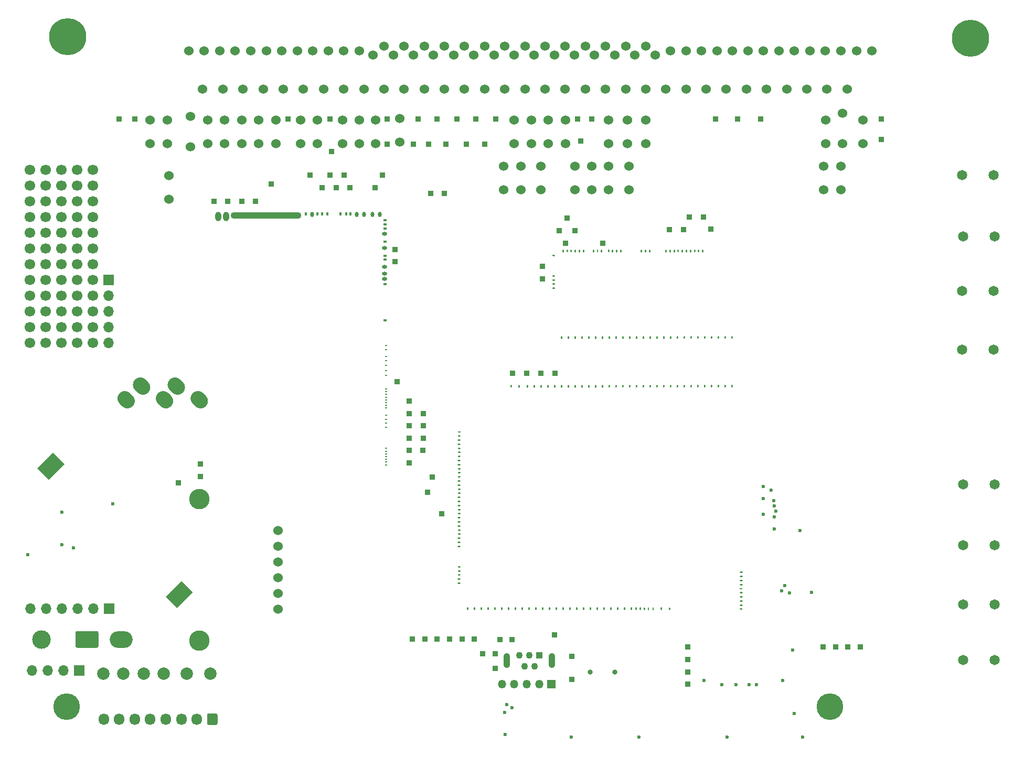
<source format=gbs>
G04 #@! TF.GenerationSoftware,KiCad,Pcbnew,(5.99.0-12439-g94954386e6)*
G04 #@! TF.CreationDate,2021-09-21T03:19:00+03:00*
G04 #@! TF.ProjectId,hellen88bmw,68656c6c-656e-4383-9862-6d772e6b6963,A*
G04 #@! TF.SameCoordinates,PX3d1b110PY9269338*
G04 #@! TF.FileFunction,Soldermask,Bot*
G04 #@! TF.FilePolarity,Negative*
%FSLAX46Y46*%
G04 Gerber Fmt 4.6, Leading zero omitted, Abs format (unit mm)*
G04 Created by KiCad (PCBNEW (5.99.0-12439-g94954386e6)) date 2021-09-21 03:19:00*
%MOMM*%
%LPD*%
G01*
G04 APERTURE LIST*
%ADD10C,6.000000*%
%ADD11C,1.524000*%
%ADD12R,1.700000X1.700000*%
%ADD13O,1.700000X1.700000*%
%ADD14C,4.300000*%
%ADD15C,1.650000*%
%ADD16R,0.850000X0.850000*%
%ADD17R,1.350000X1.350000*%
%ADD18O,1.350000X1.350000*%
%ADD19C,0.800000*%
%ADD20C,1.700000*%
%ADD21C,2.000000*%
%ADD22C,0.599999*%
%ADD23C,3.000000*%
%ADD24O,3.700000X2.700000*%
%ADD25O,1.700000X1.850000*%
%ADD26R,1.100000X1.100000*%
%ADD27C,1.100000*%
%ADD28O,1.100000X2.400000*%
%ADD29C,3.302000*%
%ADD30O,1.000001X1.500000*%
%ADD31O,11.400000X1.100000*%
%ADD32O,0.399999X0.599999*%
%ADD33O,0.599999X0.800001*%
%ADD34O,0.599999X0.399999*%
%ADD35O,0.800001X0.599999*%
%ADD36O,0.399999X0.200000*%
G04 APERTURE END LIST*
G04 #@! TO.C,BT1*
G36*
X2674855Y44128561D02*
G01*
X5220439Y46674145D01*
X7058917Y44835667D01*
X4513333Y42290083D01*
X2674855Y44128561D01*
G37*
G36*
X23393083Y23410333D02*
G01*
X25938667Y25955917D01*
X27777145Y24117439D01*
X25231561Y21571855D01*
X23393083Y23410333D01*
G37*
G04 #@! TD*
D10*
G04 #@! TO.C,PP1*
X7632400Y113856400D03*
X153342400Y113606400D03*
D11*
X27142400Y111606400D03*
X32142400Y111606400D03*
X37142400Y111606400D03*
X42142400Y111606400D03*
X47142400Y111606400D03*
X52142400Y111606400D03*
X56892400Y110856400D03*
X60142400Y110856400D03*
X63392400Y110856400D03*
X66642400Y110856400D03*
X69892400Y110856400D03*
X73142400Y110856400D03*
X76392400Y110856400D03*
X79642400Y110856400D03*
X82892400Y110856400D03*
X86142400Y110856400D03*
X89392400Y110856400D03*
X92642400Y110856400D03*
X95892400Y110856400D03*
X99142400Y110856400D03*
X102392400Y110856400D03*
X107392400Y111606400D03*
X112392400Y111606400D03*
X117392400Y111606400D03*
X122392400Y111606400D03*
X127392400Y111606400D03*
X132392400Y111606400D03*
X137392400Y111606400D03*
X29642400Y111606400D03*
X34642400Y111606400D03*
X39642400Y111606400D03*
X44642400Y111606400D03*
X49642400Y111606400D03*
X54642400Y111606400D03*
X58642400Y112356400D03*
X61892400Y112356400D03*
X65142400Y112356400D03*
X68392400Y112356400D03*
X71642400Y112356400D03*
X74892400Y112356400D03*
X78142400Y112356400D03*
X81392400Y112356400D03*
X84642400Y112356400D03*
X87892400Y112356400D03*
X91142400Y112356400D03*
X94392400Y112356400D03*
X97642400Y112356400D03*
X100892400Y112356400D03*
X104892400Y111606400D03*
X109892400Y111606400D03*
X114892400Y111606400D03*
X119892400Y111606400D03*
X124892400Y111606400D03*
X129892400Y111606400D03*
X134892400Y111606400D03*
X29392400Y105356400D03*
X32642400Y105356400D03*
X35892400Y105356400D03*
X39142400Y105356400D03*
X42392400Y105356400D03*
X45642400Y105356400D03*
X48892400Y105356400D03*
X52142400Y105356400D03*
X55392400Y105356400D03*
X58642400Y105356400D03*
X61892400Y105356400D03*
X65142400Y105356400D03*
X68392400Y105356400D03*
X71642400Y105356400D03*
X74892400Y105356400D03*
X78142400Y105356400D03*
X81392400Y105356400D03*
X84642400Y105356400D03*
X87892400Y105356400D03*
X91142400Y105356400D03*
X94392400Y105356400D03*
X97642400Y105356400D03*
X100892400Y105356400D03*
X104142400Y105356400D03*
X107392400Y105356400D03*
X110642400Y105356400D03*
X113892400Y105356400D03*
X117142400Y105356400D03*
X120392400Y105356400D03*
X123642400Y105356400D03*
X126892400Y105356400D03*
X130142400Y105356400D03*
X133392400Y105356400D03*
G04 #@! TD*
G04 #@! TO.C,JP1*
X20926000Y100428000D03*
X20926000Y96618000D03*
G04 #@! TD*
G04 #@! TO.C,JP3*
X30176000Y100428000D03*
X30176000Y96618000D03*
G04 #@! TD*
G04 #@! TO.C,JP4*
X35676000Y100428000D03*
X35676000Y96618000D03*
G04 #@! TD*
G04 #@! TO.C,JP5*
X45176000Y100428000D03*
X45176000Y96618000D03*
G04 #@! TD*
G04 #@! TO.C,JP7*
X51926000Y100428000D03*
X51926000Y96618000D03*
G04 #@! TD*
G04 #@! TO.C,JP16*
X85176000Y100428000D03*
X85176000Y96618000D03*
G04 #@! TD*
G04 #@! TO.C,JP17*
X87926000Y100428000D03*
X87926000Y96618000D03*
G04 #@! TD*
G04 #@! TO.C,JP20*
X94926000Y92928000D03*
X94926000Y89118000D03*
G04 #@! TD*
G04 #@! TO.C,JP21*
X98176000Y92928000D03*
X98176000Y89118000D03*
G04 #@! TD*
G04 #@! TO.C,JP26*
X129926000Y100428000D03*
X129926000Y96618000D03*
G04 #@! TD*
G04 #@! TO.C,JP27*
X135926000Y100428000D03*
X135926000Y96618000D03*
G04 #@! TD*
G04 #@! TO.C,JP29*
X23676000Y100428000D03*
X23676000Y96618000D03*
G04 #@! TD*
G04 #@! TO.C,JP31*
X32926000Y100428000D03*
X32926000Y96618000D03*
G04 #@! TD*
G04 #@! TO.C,JP32*
X41176000Y100428000D03*
X41176000Y96618000D03*
G04 #@! TD*
G04 #@! TO.C,JP33*
X47926000Y100428000D03*
X47926000Y96618000D03*
G04 #@! TD*
G04 #@! TO.C,JP35*
X57326000Y96618000D03*
X57326000Y100428000D03*
G04 #@! TD*
G04 #@! TO.C,JP41*
X77926000Y89118000D03*
X77926000Y92928000D03*
G04 #@! TD*
G04 #@! TO.C,JP42*
X80726000Y92928000D03*
X80726000Y89118000D03*
G04 #@! TD*
G04 #@! TO.C,JP43*
X82426000Y100428000D03*
X82426000Y96618000D03*
G04 #@! TD*
G04 #@! TO.C,JP46*
X89426000Y92928000D03*
X89426000Y89118000D03*
G04 #@! TD*
G04 #@! TO.C,JP47*
X92176000Y92928000D03*
X92176000Y89118000D03*
G04 #@! TD*
G04 #@! TO.C,JP54*
X132676000Y101523000D03*
X132676000Y96623000D03*
G04 #@! TD*
G04 #@! TO.C,JP56*
X27426000Y100973000D03*
X27426000Y96073000D03*
G04 #@! TD*
G04 #@! TO.C,JP73*
X83926000Y92928000D03*
X83926000Y89118000D03*
G04 #@! TD*
G04 #@! TO.C,JP77*
X94926000Y100428000D03*
X94926000Y96618000D03*
G04 #@! TD*
G04 #@! TO.C,JP78*
X100926000Y100428000D03*
X100926000Y96618000D03*
G04 #@! TD*
G04 #@! TO.C,JP85*
X132376000Y92928000D03*
X132376000Y89118000D03*
G04 #@! TD*
G04 #@! TO.C,JP86*
X129626000Y92928000D03*
X129626000Y89118000D03*
G04 #@! TD*
G04 #@! TO.C,JP59*
X38426000Y100428000D03*
X38426000Y96618000D03*
G04 #@! TD*
D12*
G04 #@! TO.C,J4*
X14158000Y74529000D03*
D13*
X14158000Y71989000D03*
X14158000Y69449000D03*
X14158000Y66909000D03*
X14158000Y64369000D03*
G04 #@! TD*
D14*
G04 #@! TO.C,H1*
X130622000Y5663000D03*
G04 #@! TD*
G04 #@! TO.C,H2*
X7432000Y5663000D03*
G04 #@! TD*
D15*
G04 #@! TO.C,F3*
X157066000Y72823000D03*
X151986000Y72823000D03*
G04 #@! TD*
D16*
G04 #@! TO.C,VIN16*
X84176000Y76773000D03*
G04 #@! TD*
D17*
G04 #@! TO.C,J2*
X85676000Y9273000D03*
D18*
X83676000Y9273000D03*
X81676000Y9273000D03*
X79676000Y9273000D03*
X77676000Y9273000D03*
G04 #@! TD*
D16*
G04 #@! TO.C,VOUT1*
X46676000Y91523000D03*
G04 #@! TD*
G04 #@! TO.C,VIN5*
X93926000Y80523000D03*
G04 #@! TD*
G04 #@! TO.C,VOUT27*
X28976000Y44823000D03*
G04 #@! TD*
G04 #@! TO.C,MMCU14*
X67926000Y36773000D03*
G04 #@! TD*
G04 #@! TO.C,MMCU4*
X131526001Y15323000D03*
G04 #@! TD*
G04 #@! TO.C,MMCU31*
X63226000Y16573000D03*
G04 #@! TD*
G04 #@! TO.C,cr8*
X15926000Y100523000D03*
G04 #@! TD*
D19*
G04 #@! TO.C,SW2*
X95926000Y11273000D03*
G04 #@! TD*
D16*
G04 #@! TO.C,VOUT24*
X60776000Y58123000D03*
G04 #@! TD*
G04 #@! TO.C,MMCU28*
X71226000Y16573000D03*
G04 #@! TD*
G04 #@! TO.C,VOUT10*
X49926000Y91474215D03*
G04 #@! TD*
D20*
G04 #@! TO.C,G6*
X1458000Y77069000D03*
X3998000Y77069000D03*
X6538000Y77069000D03*
X9078000Y77069000D03*
X11618000Y77069000D03*
X1458000Y74529000D03*
X3998000Y74529000D03*
X6538000Y74529000D03*
X9078000Y74529000D03*
X11618000Y74529000D03*
X1458000Y71989000D03*
X3998000Y71989000D03*
X6538000Y71989000D03*
X9078000Y71989000D03*
X11618000Y71989000D03*
G04 #@! TD*
D16*
G04 #@! TO.C,cr1*
X70426000Y100523000D03*
G04 #@! TD*
G04 #@! TO.C,MMCU30*
X67226000Y16573000D03*
G04 #@! TD*
G04 #@! TO.C,MMCU18*
X69226000Y16573000D03*
G04 #@! TD*
G04 #@! TO.C,cr11*
X67176000Y100523000D03*
G04 #@! TD*
D21*
G04 #@! TO.C,P3*
X23090213Y11023000D03*
G04 #@! TD*
D16*
G04 #@! TO.C,MMCU9*
X77326000Y16473000D03*
G04 #@! TD*
G04 #@! TO.C,VOUT5*
X48676000Y89474215D03*
G04 #@! TD*
G04 #@! TO.C,VOUT13*
X62676000Y53023000D03*
G04 #@! TD*
G04 #@! TO.C,KNOCK_RAW2*
X74926000Y96523000D03*
G04 #@! TD*
G04 #@! TO.C,MMCU2*
X135526000Y15323000D03*
G04 #@! TD*
G04 #@! TO.C,MMCU7*
X88926000Y10023000D03*
G04 #@! TD*
D11*
G04 #@! TO.C,JP14*
X79676000Y100428000D03*
X79676000Y96618000D03*
G04 #@! TD*
G04 #@! TO.C,JP36*
X61176000Y100630500D03*
X61176000Y96820500D03*
G04 #@! TD*
G04 #@! TO.C,M7*
G36*
G01*
X85900998Y73366793D02*
X86150998Y73366793D01*
G75*
G02*
X86275998Y73241793I0J-125000D01*
G01*
X86275998Y73241793D01*
G75*
G02*
X86150998Y73116793I-125000J0D01*
G01*
X85900998Y73116793D01*
G75*
G02*
X85775998Y73241793I0J125000D01*
G01*
X85775998Y73241793D01*
G75*
G02*
X85900998Y73366793I125000J0D01*
G01*
G37*
G36*
G01*
X85900998Y74026794D02*
X86150998Y74026794D01*
G75*
G02*
X86275998Y73901794I0J-125000D01*
G01*
X86275998Y73901794D01*
G75*
G02*
X86150998Y73776794I-125000J0D01*
G01*
X85900998Y73776794D01*
G75*
G02*
X85775998Y73901794I0J125000D01*
G01*
X85775998Y73901794D01*
G75*
G02*
X85900998Y74026794I125000J0D01*
G01*
G37*
G36*
G01*
X85900998Y74686795D02*
X86150998Y74686795D01*
G75*
G02*
X86275998Y74561795I0J-125000D01*
G01*
X86275998Y74561795D01*
G75*
G02*
X86150998Y74436795I-125000J0D01*
G01*
X85900998Y74436795D01*
G75*
G02*
X85775998Y74561795I0J125000D01*
G01*
X85775998Y74561795D01*
G75*
G02*
X85900998Y74686795I125000J0D01*
G01*
G37*
G36*
G01*
X85900998Y75346796D02*
X86150998Y75346796D01*
G75*
G02*
X86275998Y75221796I0J-125000D01*
G01*
X86275998Y75221796D01*
G75*
G02*
X86150998Y75096796I-125000J0D01*
G01*
X85900998Y75096796D01*
G75*
G02*
X85775998Y75221796I0J125000D01*
G01*
X85775998Y75221796D01*
G75*
G02*
X85900998Y75346796I125000J0D01*
G01*
G37*
G36*
G01*
X85900998Y78646803D02*
X86150998Y78646803D01*
G75*
G02*
X86275998Y78521803I0J-125000D01*
G01*
X86275998Y78521803D01*
G75*
G02*
X86150998Y78396803I-125000J0D01*
G01*
X85900998Y78396803D01*
G75*
G02*
X85775998Y78521803I0J125000D01*
G01*
X85775998Y78521803D01*
G75*
G02*
X85900998Y78646803I125000J0D01*
G01*
G37*
G36*
G01*
X114671000Y65148000D02*
X114671000Y65398000D01*
G75*
G02*
X114796000Y65523000I125000J0D01*
G01*
X114796000Y65523000D01*
G75*
G02*
X114921000Y65398000I0J-125000D01*
G01*
X114921000Y65148000D01*
G75*
G02*
X114796000Y65023000I-125000J0D01*
G01*
X114796000Y65023000D01*
G75*
G02*
X114671000Y65148000I0J125000D01*
G01*
G37*
G36*
G01*
X113820996Y65398000D02*
X113820996Y65148000D01*
G75*
G02*
X113695996Y65023000I-125000J0D01*
G01*
X113695996Y65023000D01*
G75*
G02*
X113570996Y65148000I0J125000D01*
G01*
X113570996Y65398000D01*
G75*
G02*
X113695996Y65523000I125000J0D01*
G01*
X113695996Y65523000D01*
G75*
G02*
X113820996Y65398000I0J-125000D01*
G01*
G37*
G36*
G01*
X112720995Y65398000D02*
X112720995Y65148000D01*
G75*
G02*
X112595995Y65023000I-125000J0D01*
G01*
X112595995Y65023000D01*
G75*
G02*
X112470995Y65148000I0J125000D01*
G01*
X112470995Y65398000D01*
G75*
G02*
X112595995Y65523000I125000J0D01*
G01*
X112595995Y65523000D01*
G75*
G02*
X112720995Y65398000I0J-125000D01*
G01*
G37*
G36*
G01*
X111620998Y65398000D02*
X111620998Y65148000D01*
G75*
G02*
X111495998Y65023000I-125000J0D01*
G01*
X111495998Y65023000D01*
G75*
G02*
X111370998Y65148000I0J125000D01*
G01*
X111370998Y65398000D01*
G75*
G02*
X111495998Y65523000I125000J0D01*
G01*
X111495998Y65523000D01*
G75*
G02*
X111620998Y65398000I0J-125000D01*
G01*
G37*
G36*
G01*
X110521000Y65398000D02*
X110521000Y65148000D01*
G75*
G02*
X110396000Y65023000I-125000J0D01*
G01*
X110396000Y65023000D01*
G75*
G02*
X110271000Y65148000I0J125000D01*
G01*
X110271000Y65398000D01*
G75*
G02*
X110396000Y65523000I125000J0D01*
G01*
X110396000Y65523000D01*
G75*
G02*
X110521000Y65398000I0J-125000D01*
G01*
G37*
G36*
G01*
X109421002Y65398000D02*
X109421002Y65148000D01*
G75*
G02*
X109296002Y65023000I-125000J0D01*
G01*
X109296002Y65023000D01*
G75*
G02*
X109171002Y65148000I0J125000D01*
G01*
X109171002Y65398000D01*
G75*
G02*
X109296002Y65523000I125000J0D01*
G01*
X109296002Y65523000D01*
G75*
G02*
X109421002Y65398000I0J-125000D01*
G01*
G37*
G36*
G01*
X108321004Y65398000D02*
X108321004Y65148000D01*
G75*
G02*
X108196004Y65023000I-125000J0D01*
G01*
X108196004Y65023000D01*
G75*
G02*
X108071004Y65148000I0J125000D01*
G01*
X108071004Y65398000D01*
G75*
G02*
X108196004Y65523000I125000J0D01*
G01*
X108196004Y65523000D01*
G75*
G02*
X108321004Y65398000I0J-125000D01*
G01*
G37*
G36*
G01*
X107221006Y65398000D02*
X107221006Y65148000D01*
G75*
G02*
X107096006Y65023000I-125000J0D01*
G01*
X107096006Y65023000D01*
G75*
G02*
X106971006Y65148000I0J125000D01*
G01*
X106971006Y65398000D01*
G75*
G02*
X107096006Y65523000I125000J0D01*
G01*
X107096006Y65523000D01*
G75*
G02*
X107221006Y65398000I0J-125000D01*
G01*
G37*
G36*
G01*
X106121009Y65398000D02*
X106121009Y65148000D01*
G75*
G02*
X105996009Y65023000I-125000J0D01*
G01*
X105996009Y65023000D01*
G75*
G02*
X105871009Y65148000I0J125000D01*
G01*
X105871009Y65398000D01*
G75*
G02*
X105996009Y65523000I125000J0D01*
G01*
X105996009Y65523000D01*
G75*
G02*
X106121009Y65398000I0J-125000D01*
G01*
G37*
G36*
G01*
X105021011Y65398000D02*
X105021011Y65148000D01*
G75*
G02*
X104896011Y65023000I-125000J0D01*
G01*
X104896011Y65023000D01*
G75*
G02*
X104771011Y65148000I0J125000D01*
G01*
X104771011Y65398000D01*
G75*
G02*
X104896011Y65523000I125000J0D01*
G01*
X104896011Y65523000D01*
G75*
G02*
X105021011Y65398000I0J-125000D01*
G01*
G37*
G36*
G01*
X103921013Y65398000D02*
X103921013Y65148000D01*
G75*
G02*
X103796013Y65023000I-125000J0D01*
G01*
X103796013Y65023000D01*
G75*
G02*
X103671013Y65148000I0J125000D01*
G01*
X103671013Y65398000D01*
G75*
G02*
X103796013Y65523000I125000J0D01*
G01*
X103796013Y65523000D01*
G75*
G02*
X103921013Y65398000I0J-125000D01*
G01*
G37*
G36*
G01*
X102821015Y65398000D02*
X102821015Y65148000D01*
G75*
G02*
X102696015Y65023000I-125000J0D01*
G01*
X102696015Y65023000D01*
G75*
G02*
X102571015Y65148000I0J125000D01*
G01*
X102571015Y65398000D01*
G75*
G02*
X102696015Y65523000I125000J0D01*
G01*
X102696015Y65523000D01*
G75*
G02*
X102821015Y65398000I0J-125000D01*
G01*
G37*
G36*
G01*
X101721017Y65398000D02*
X101721017Y65148000D01*
G75*
G02*
X101596017Y65023000I-125000J0D01*
G01*
X101596017Y65023000D01*
G75*
G02*
X101471017Y65148000I0J125000D01*
G01*
X101471017Y65398000D01*
G75*
G02*
X101596017Y65523000I125000J0D01*
G01*
X101596017Y65523000D01*
G75*
G02*
X101721017Y65398000I0J-125000D01*
G01*
G37*
G36*
G01*
X100621020Y65398000D02*
X100621020Y65148000D01*
G75*
G02*
X100496020Y65023000I-125000J0D01*
G01*
X100496020Y65023000D01*
G75*
G02*
X100371020Y65148000I0J125000D01*
G01*
X100371020Y65398000D01*
G75*
G02*
X100496020Y65523000I125000J0D01*
G01*
X100496020Y65523000D01*
G75*
G02*
X100621020Y65398000I0J-125000D01*
G01*
G37*
G36*
G01*
X99521022Y65398000D02*
X99521022Y65148000D01*
G75*
G02*
X99396022Y65023000I-125000J0D01*
G01*
X99396022Y65023000D01*
G75*
G02*
X99271022Y65148000I0J125000D01*
G01*
X99271022Y65398000D01*
G75*
G02*
X99396022Y65523000I125000J0D01*
G01*
X99396022Y65523000D01*
G75*
G02*
X99521022Y65398000I0J-125000D01*
G01*
G37*
G36*
G01*
X98421024Y65398000D02*
X98421024Y65148000D01*
G75*
G02*
X98296024Y65023000I-125000J0D01*
G01*
X98296024Y65023000D01*
G75*
G02*
X98171024Y65148000I0J125000D01*
G01*
X98171024Y65398000D01*
G75*
G02*
X98296024Y65523000I125000J0D01*
G01*
X98296024Y65523000D01*
G75*
G02*
X98421024Y65398000I0J-125000D01*
G01*
G37*
G36*
G01*
X97321026Y65398000D02*
X97321026Y65148000D01*
G75*
G02*
X97196026Y65023000I-125000J0D01*
G01*
X97196026Y65023000D01*
G75*
G02*
X97071026Y65148000I0J125000D01*
G01*
X97071026Y65398000D01*
G75*
G02*
X97196026Y65523000I125000J0D01*
G01*
X97196026Y65523000D01*
G75*
G02*
X97321026Y65398000I0J-125000D01*
G01*
G37*
G36*
G01*
X96221028Y65398000D02*
X96221028Y65148000D01*
G75*
G02*
X96096028Y65023000I-125000J0D01*
G01*
X96096028Y65023000D01*
G75*
G02*
X95971028Y65148000I0J125000D01*
G01*
X95971028Y65398000D01*
G75*
G02*
X96096028Y65523000I125000J0D01*
G01*
X96096028Y65523000D01*
G75*
G02*
X96221028Y65398000I0J-125000D01*
G01*
G37*
G36*
G01*
X95121031Y65398000D02*
X95121031Y65148000D01*
G75*
G02*
X94996031Y65023000I-125000J0D01*
G01*
X94996031Y65023000D01*
G75*
G02*
X94871031Y65148000I0J125000D01*
G01*
X94871031Y65398000D01*
G75*
G02*
X94996031Y65523000I125000J0D01*
G01*
X94996031Y65523000D01*
G75*
G02*
X95121031Y65398000I0J-125000D01*
G01*
G37*
G36*
G01*
X94021033Y65398000D02*
X94021033Y65148000D01*
G75*
G02*
X93896033Y65023000I-125000J0D01*
G01*
X93896033Y65023000D01*
G75*
G02*
X93771033Y65148000I0J125000D01*
G01*
X93771033Y65398000D01*
G75*
G02*
X93896033Y65523000I125000J0D01*
G01*
X93896033Y65523000D01*
G75*
G02*
X94021033Y65398000I0J-125000D01*
G01*
G37*
G36*
G01*
X92921035Y65398000D02*
X92921035Y65148000D01*
G75*
G02*
X92796035Y65023000I-125000J0D01*
G01*
X92796035Y65023000D01*
G75*
G02*
X92671035Y65148000I0J125000D01*
G01*
X92671035Y65398000D01*
G75*
G02*
X92796035Y65523000I125000J0D01*
G01*
X92796035Y65523000D01*
G75*
G02*
X92921035Y65398000I0J-125000D01*
G01*
G37*
G36*
G01*
X91821037Y65398000D02*
X91821037Y65148000D01*
G75*
G02*
X91696037Y65023000I-125000J0D01*
G01*
X91696037Y65023000D01*
G75*
G02*
X91571037Y65148000I0J125000D01*
G01*
X91571037Y65398000D01*
G75*
G02*
X91696037Y65523000I125000J0D01*
G01*
X91696037Y65523000D01*
G75*
G02*
X91821037Y65398000I0J-125000D01*
G01*
G37*
G36*
G01*
X90721039Y65398000D02*
X90721039Y65148000D01*
G75*
G02*
X90596039Y65023000I-125000J0D01*
G01*
X90596039Y65023000D01*
G75*
G02*
X90471039Y65148000I0J125000D01*
G01*
X90471039Y65398000D01*
G75*
G02*
X90596039Y65523000I125000J0D01*
G01*
X90596039Y65523000D01*
G75*
G02*
X90721039Y65398000I0J-125000D01*
G01*
G37*
G36*
G01*
X89621042Y65398000D02*
X89621042Y65148000D01*
G75*
G02*
X89496042Y65023000I-125000J0D01*
G01*
X89496042Y65023000D01*
G75*
G02*
X89371042Y65148000I0J125000D01*
G01*
X89371042Y65398000D01*
G75*
G02*
X89496042Y65523000I125000J0D01*
G01*
X89496042Y65523000D01*
G75*
G02*
X89621042Y65398000I0J-125000D01*
G01*
G37*
G36*
G01*
X88521044Y65398000D02*
X88521044Y65148000D01*
G75*
G02*
X88396044Y65023000I-125000J0D01*
G01*
X88396044Y65023000D01*
G75*
G02*
X88271044Y65148000I0J125000D01*
G01*
X88271044Y65398000D01*
G75*
G02*
X88396044Y65523000I125000J0D01*
G01*
X88396044Y65523000D01*
G75*
G02*
X88521044Y65398000I0J-125000D01*
G01*
G37*
G36*
G01*
X87421046Y65398000D02*
X87421046Y65148000D01*
G75*
G02*
X87296046Y65023000I-125000J0D01*
G01*
X87296046Y65023000D01*
G75*
G02*
X87171046Y65148000I0J125000D01*
G01*
X87171046Y65398000D01*
G75*
G02*
X87296046Y65523000I125000J0D01*
G01*
X87296046Y65523000D01*
G75*
G02*
X87421046Y65398000I0J-125000D01*
G01*
G37*
G36*
G01*
X87671990Y79359999D02*
X87671990Y79109999D01*
G75*
G02*
X87546990Y78984999I-125000J0D01*
G01*
X87546990Y78984999D01*
G75*
G02*
X87421990Y79109999I0J125000D01*
G01*
X87421990Y79359999D01*
G75*
G02*
X87546990Y79484999I125000J0D01*
G01*
X87546990Y79484999D01*
G75*
G02*
X87671990Y79359999I0J-125000D01*
G01*
G37*
G36*
G01*
X88331992Y79359999D02*
X88331992Y79109999D01*
G75*
G02*
X88206992Y78984999I-125000J0D01*
G01*
X88206992Y78984999D01*
G75*
G02*
X88081992Y79109999I0J125000D01*
G01*
X88081992Y79359999D01*
G75*
G02*
X88206992Y79484999I125000J0D01*
G01*
X88206992Y79484999D01*
G75*
G02*
X88331992Y79359999I0J-125000D01*
G01*
G37*
G36*
G01*
X88991993Y79359999D02*
X88991993Y79109999D01*
G75*
G02*
X88866993Y78984999I-125000J0D01*
G01*
X88866993Y78984999D01*
G75*
G02*
X88741993Y79109999I0J125000D01*
G01*
X88741993Y79359999D01*
G75*
G02*
X88866993Y79484999I125000J0D01*
G01*
X88866993Y79484999D01*
G75*
G02*
X88991993Y79359999I0J-125000D01*
G01*
G37*
G36*
G01*
X89651994Y79359999D02*
X89651994Y79109999D01*
G75*
G02*
X89526994Y78984999I-125000J0D01*
G01*
X89526994Y78984999D01*
G75*
G02*
X89401994Y79109999I0J125000D01*
G01*
X89401994Y79359999D01*
G75*
G02*
X89526994Y79484999I125000J0D01*
G01*
X89526994Y79484999D01*
G75*
G02*
X89651994Y79359999I0J-125000D01*
G01*
G37*
G36*
G01*
X90311995Y79359999D02*
X90311995Y79109999D01*
G75*
G02*
X90186995Y78984999I-125000J0D01*
G01*
X90186995Y78984999D01*
G75*
G02*
X90061995Y79109999I0J125000D01*
G01*
X90061995Y79359999D01*
G75*
G02*
X90186995Y79484999I125000J0D01*
G01*
X90186995Y79484999D01*
G75*
G02*
X90311995Y79359999I0J-125000D01*
G01*
G37*
G36*
G01*
X90971997Y79359999D02*
X90971997Y79109999D01*
G75*
G02*
X90846997Y78984999I-125000J0D01*
G01*
X90846997Y78984999D01*
G75*
G02*
X90721997Y79109999I0J125000D01*
G01*
X90721997Y79359999D01*
G75*
G02*
X90846997Y79484999I125000J0D01*
G01*
X90846997Y79484999D01*
G75*
G02*
X90971997Y79359999I0J-125000D01*
G01*
G37*
G36*
G01*
X92572994Y79359999D02*
X92572994Y79109999D01*
G75*
G02*
X92447994Y78984999I-125000J0D01*
G01*
X92447994Y78984999D01*
G75*
G02*
X92322994Y79109999I0J125000D01*
G01*
X92322994Y79359999D01*
G75*
G02*
X92447994Y79484999I125000J0D01*
G01*
X92447994Y79484999D01*
G75*
G02*
X92572994Y79359999I0J-125000D01*
G01*
G37*
G36*
G01*
X93232995Y79359999D02*
X93232995Y79109999D01*
G75*
G02*
X93107995Y78984999I-125000J0D01*
G01*
X93107995Y78984999D01*
G75*
G02*
X92982995Y79109999I0J125000D01*
G01*
X92982995Y79359999D01*
G75*
G02*
X93107995Y79484999I125000J0D01*
G01*
X93107995Y79484999D01*
G75*
G02*
X93232995Y79359999I0J-125000D01*
G01*
G37*
G36*
G01*
X93892997Y79359999D02*
X93892997Y79109999D01*
G75*
G02*
X93767997Y78984999I-125000J0D01*
G01*
X93767997Y78984999D01*
G75*
G02*
X93642997Y79109999I0J125000D01*
G01*
X93642997Y79359999D01*
G75*
G02*
X93767997Y79484999I125000J0D01*
G01*
X93767997Y79484999D01*
G75*
G02*
X93892997Y79359999I0J-125000D01*
G01*
G37*
G36*
G01*
X95013896Y79359999D02*
X95013896Y79109999D01*
G75*
G02*
X94888896Y78984999I-125000J0D01*
G01*
X94888896Y78984999D01*
G75*
G02*
X94763896Y79109999I0J125000D01*
G01*
X94763896Y79359999D01*
G75*
G02*
X94888896Y79484999I125000J0D01*
G01*
X94888896Y79484999D01*
G75*
G02*
X95013896Y79359999I0J-125000D01*
G01*
G37*
G36*
G01*
X95673897Y79359999D02*
X95673897Y79109999D01*
G75*
G02*
X95548897Y78984999I-125000J0D01*
G01*
X95548897Y78984999D01*
G75*
G02*
X95423897Y79109999I0J125000D01*
G01*
X95423897Y79359999D01*
G75*
G02*
X95548897Y79484999I125000J0D01*
G01*
X95548897Y79484999D01*
G75*
G02*
X95673897Y79359999I0J-125000D01*
G01*
G37*
G36*
G01*
X96333898Y79359999D02*
X96333898Y79109999D01*
G75*
G02*
X96208898Y78984999I-125000J0D01*
G01*
X96208898Y78984999D01*
G75*
G02*
X96083898Y79109999I0J125000D01*
G01*
X96083898Y79359999D01*
G75*
G02*
X96208898Y79484999I125000J0D01*
G01*
X96208898Y79484999D01*
G75*
G02*
X96333898Y79359999I0J-125000D01*
G01*
G37*
G36*
G01*
X96993900Y79359999D02*
X96993900Y79109999D01*
G75*
G02*
X96868900Y78984999I-125000J0D01*
G01*
X96868900Y78984999D01*
G75*
G02*
X96743900Y79109999I0J125000D01*
G01*
X96743900Y79359999D01*
G75*
G02*
X96868900Y79484999I125000J0D01*
G01*
X96868900Y79484999D01*
G75*
G02*
X96993900Y79359999I0J-125000D01*
G01*
G37*
G36*
G01*
X100319994Y79359999D02*
X100319994Y79109999D01*
G75*
G02*
X100194994Y78984999I-125000J0D01*
G01*
X100194994Y78984999D01*
G75*
G02*
X100069994Y79109999I0J125000D01*
G01*
X100069994Y79359999D01*
G75*
G02*
X100194994Y79484999I125000J0D01*
G01*
X100194994Y79484999D01*
G75*
G02*
X100319994Y79359999I0J-125000D01*
G01*
G37*
G36*
G01*
X100979995Y79359999D02*
X100979995Y79109999D01*
G75*
G02*
X100854995Y78984999I-125000J0D01*
G01*
X100854995Y78984999D01*
G75*
G02*
X100729995Y79109999I0J125000D01*
G01*
X100729995Y79359999D01*
G75*
G02*
X100854995Y79484999I125000J0D01*
G01*
X100854995Y79484999D01*
G75*
G02*
X100979995Y79359999I0J-125000D01*
G01*
G37*
G36*
G01*
X101639997Y79359999D02*
X101639997Y79109999D01*
G75*
G02*
X101514997Y78984999I-125000J0D01*
G01*
X101514997Y78984999D01*
G75*
G02*
X101389997Y79109999I0J125000D01*
G01*
X101389997Y79359999D01*
G75*
G02*
X101514997Y79484999I125000J0D01*
G01*
X101514997Y79484999D01*
G75*
G02*
X101639997Y79359999I0J-125000D01*
G01*
G37*
G36*
G01*
X104285988Y79359999D02*
X104285988Y79109999D01*
G75*
G02*
X104160988Y78984999I-125000J0D01*
G01*
X104160988Y78984999D01*
G75*
G02*
X104035988Y79109999I0J125000D01*
G01*
X104035988Y79359999D01*
G75*
G02*
X104160988Y79484999I125000J0D01*
G01*
X104160988Y79484999D01*
G75*
G02*
X104285988Y79359999I0J-125000D01*
G01*
G37*
G36*
G01*
X104945989Y79359999D02*
X104945989Y79109999D01*
G75*
G02*
X104820989Y78984999I-125000J0D01*
G01*
X104820989Y78984999D01*
G75*
G02*
X104695989Y79109999I0J125000D01*
G01*
X104695989Y79359999D01*
G75*
G02*
X104820989Y79484999I125000J0D01*
G01*
X104820989Y79484999D01*
G75*
G02*
X104945989Y79359999I0J-125000D01*
G01*
G37*
G36*
G01*
X105605991Y79359999D02*
X105605991Y79109999D01*
G75*
G02*
X105480991Y78984999I-125000J0D01*
G01*
X105480991Y78984999D01*
G75*
G02*
X105355991Y79109999I0J125000D01*
G01*
X105355991Y79359999D01*
G75*
G02*
X105480991Y79484999I125000J0D01*
G01*
X105480991Y79484999D01*
G75*
G02*
X105605991Y79359999I0J-125000D01*
G01*
G37*
G36*
G01*
X106265992Y79359999D02*
X106265992Y79109999D01*
G75*
G02*
X106140992Y78984999I-125000J0D01*
G01*
X106140992Y78984999D01*
G75*
G02*
X106015992Y79109999I0J125000D01*
G01*
X106015992Y79359999D01*
G75*
G02*
X106140992Y79484999I125000J0D01*
G01*
X106140992Y79484999D01*
G75*
G02*
X106265992Y79359999I0J-125000D01*
G01*
G37*
G36*
G01*
X106925993Y79359999D02*
X106925993Y79109999D01*
G75*
G02*
X106800993Y78984999I-125000J0D01*
G01*
X106800993Y78984999D01*
G75*
G02*
X106675993Y79109999I0J125000D01*
G01*
X106675993Y79359999D01*
G75*
G02*
X106800993Y79484999I125000J0D01*
G01*
X106800993Y79484999D01*
G75*
G02*
X106925993Y79359999I0J-125000D01*
G01*
G37*
G36*
G01*
X107585994Y79359999D02*
X107585994Y79109999D01*
G75*
G02*
X107460994Y78984999I-125000J0D01*
G01*
X107460994Y78984999D01*
G75*
G02*
X107335994Y79109999I0J125000D01*
G01*
X107335994Y79359999D01*
G75*
G02*
X107460994Y79484999I125000J0D01*
G01*
X107460994Y79484999D01*
G75*
G02*
X107585994Y79359999I0J-125000D01*
G01*
G37*
G36*
G01*
X108245996Y79359999D02*
X108245996Y79109999D01*
G75*
G02*
X108120996Y78984999I-125000J0D01*
G01*
X108120996Y78984999D01*
G75*
G02*
X107995996Y79109999I0J125000D01*
G01*
X107995996Y79359999D01*
G75*
G02*
X108120996Y79484999I125000J0D01*
G01*
X108120996Y79484999D01*
G75*
G02*
X108245996Y79359999I0J-125000D01*
G01*
G37*
G36*
G01*
X108905997Y79359999D02*
X108905997Y79109999D01*
G75*
G02*
X108780997Y78984999I-125000J0D01*
G01*
X108780997Y78984999D01*
G75*
G02*
X108655997Y79109999I0J125000D01*
G01*
X108655997Y79359999D01*
G75*
G02*
X108780997Y79484999I125000J0D01*
G01*
X108780997Y79484999D01*
G75*
G02*
X108905997Y79359999I0J-125000D01*
G01*
G37*
G36*
G01*
X109565998Y79359999D02*
X109565998Y79109999D01*
G75*
G02*
X109440998Y78984999I-125000J0D01*
G01*
X109440998Y78984999D01*
G75*
G02*
X109315998Y79109999I0J125000D01*
G01*
X109315998Y79359999D01*
G75*
G02*
X109440998Y79484999I125000J0D01*
G01*
X109440998Y79484999D01*
G75*
G02*
X109565998Y79359999I0J-125000D01*
G01*
G37*
G36*
G01*
X110226000Y79359999D02*
X110226000Y79109999D01*
G75*
G02*
X110101000Y78984999I-125000J0D01*
G01*
X110101000Y78984999D01*
G75*
G02*
X109976000Y79109999I0J125000D01*
G01*
X109976000Y79359999D01*
G75*
G02*
X110101000Y79484999I125000J0D01*
G01*
X110101000Y79484999D01*
G75*
G02*
X110226000Y79359999I0J-125000D01*
G01*
G37*
G04 #@! TD*
D16*
G04 #@! TO.C,MMCU10*
X76576000Y14173000D03*
G04 #@! TD*
D15*
G04 #@! TO.C,F8*
X157166000Y81623000D03*
X152086000Y81623000D03*
G04 #@! TD*
D16*
G04 #@! TO.C,MMCU29*
X64976000Y49023000D03*
G04 #@! TD*
D15*
G04 #@! TO.C,F2*
X157166000Y41523000D03*
X152086000Y41523000D03*
G04 #@! TD*
D16*
G04 #@! TO.C,MMCU15*
X65226000Y16573000D03*
G04 #@! TD*
G04 #@! TO.C,cr15*
X59176000Y100523000D03*
G04 #@! TD*
G04 #@! TO.C,MMCU8*
X79326000Y16473000D03*
G04 #@! TD*
G04 #@! TO.C,cr20*
X115676000Y100523000D03*
G04 #@! TD*
G04 #@! TO.C,MMCU16*
X86226000Y59523000D03*
G04 #@! TD*
G04 #@! TO.C,VIN10*
X89426000Y82523000D03*
G04 #@! TD*
G04 #@! TO.C,MMCU5*
X86126000Y17273000D03*
G04 #@! TD*
G04 #@! TO.C,VIN17*
X84176000Y74773000D03*
G04 #@! TD*
G04 #@! TO.C,VOUT15*
X37926000Y87273000D03*
G04 #@! TD*
G04 #@! TO.C,VIN4*
X106976000Y82723000D03*
G04 #@! TD*
D11*
G04 #@! TO.C,JP6*
X54676000Y100428000D03*
X54676000Y96618000D03*
G04 #@! TD*
D16*
G04 #@! TO.C,cr13*
X49926000Y100523000D03*
G04 #@! TD*
G04 #@! TO.C,MMCU38*
X64976000Y51023000D03*
G04 #@! TD*
G04 #@! TO.C,cr2*
X73426000Y100523000D03*
G04 #@! TD*
G04 #@! TO.C,cr3*
X76676000Y100523000D03*
G04 #@! TD*
D22*
G04 #@! TO.C,M4*
X78438502Y6016338D03*
X79313504Y5491338D03*
X78138500Y4741340D03*
X78213503Y1191339D03*
G04 #@! TD*
D15*
G04 #@! TO.C,F7*
X157066000Y63323000D03*
X151986000Y63323000D03*
G04 #@! TD*
D11*
G04 #@! TO.C,JP48*
X97926000Y100428000D03*
X97926000Y96618000D03*
G04 #@! TD*
D21*
G04 #@! TO.C,P5*
X16590213Y11023000D03*
G04 #@! TD*
D16*
G04 #@! TO.C,VIN8*
X86926000Y82523000D03*
G04 #@! TD*
D15*
G04 #@! TO.C,F1*
X157166000Y22123000D03*
X152086000Y22123000D03*
G04 #@! TD*
G04 #@! TO.C,F6*
X157166000Y31723000D03*
X152086000Y31723000D03*
G04 #@! TD*
D20*
G04 #@! TO.C,G7*
X1458000Y84689000D03*
X3998000Y84689000D03*
X6538000Y84689000D03*
X9078000Y84689000D03*
X11618000Y84689000D03*
X1458000Y82149000D03*
X3998000Y82149000D03*
X6538000Y82149000D03*
X9078000Y82149000D03*
X11618000Y82149000D03*
X1458000Y79609000D03*
X3998000Y79609000D03*
X6538000Y79609000D03*
X9078000Y79609000D03*
X11618000Y79609000D03*
G04 #@! TD*
D21*
G04 #@! TO.C,P2*
X26840213Y11023000D03*
G04 #@! TD*
G04 #@! TO.C,M11*
G36*
G01*
X70649002Y25723002D02*
X70899002Y25723002D01*
G75*
G02*
X71024002Y25598002I0J-125000D01*
G01*
X71024002Y25598002D01*
G75*
G02*
X70899002Y25473002I-125000J0D01*
G01*
X70649002Y25473002D01*
G75*
G02*
X70524002Y25598002I0J125000D01*
G01*
X70524002Y25598002D01*
G75*
G02*
X70649002Y25723002I125000J0D01*
G01*
G37*
G36*
G01*
X70899002Y26133000D02*
X70649002Y26133000D01*
G75*
G02*
X70524002Y26258000I0J125000D01*
G01*
X70524002Y26258000D01*
G75*
G02*
X70649002Y26383000I125000J0D01*
G01*
X70899002Y26383000D01*
G75*
G02*
X71024002Y26258000I0J-125000D01*
G01*
X71024002Y26258000D01*
G75*
G02*
X70899002Y26133000I-125000J0D01*
G01*
G37*
G36*
G01*
X70899002Y26793005D02*
X70649002Y26793005D01*
G75*
G02*
X70524002Y26918005I0J125000D01*
G01*
X70524002Y26918005D01*
G75*
G02*
X70649002Y27043005I125000J0D01*
G01*
X70899002Y27043005D01*
G75*
G02*
X71024002Y26918005I0J-125000D01*
G01*
X71024002Y26918005D01*
G75*
G02*
X70899002Y26793005I-125000J0D01*
G01*
G37*
G36*
G01*
X70899002Y27453000D02*
X70649002Y27453000D01*
G75*
G02*
X70524002Y27578000I0J125000D01*
G01*
X70524002Y27578000D01*
G75*
G02*
X70649002Y27703000I125000J0D01*
G01*
X70899002Y27703000D01*
G75*
G02*
X71024002Y27578000I0J-125000D01*
G01*
X71024002Y27578000D01*
G75*
G02*
X70899002Y27453000I-125000J0D01*
G01*
G37*
G36*
G01*
X70899002Y28113002D02*
X70649002Y28113002D01*
G75*
G02*
X70524002Y28238002I0J125000D01*
G01*
X70524002Y28238002D01*
G75*
G02*
X70649002Y28363002I125000J0D01*
G01*
X70899002Y28363002D01*
G75*
G02*
X71024002Y28238002I0J-125000D01*
G01*
X71024002Y28238002D01*
G75*
G02*
X70899002Y28113002I-125000J0D01*
G01*
G37*
G36*
G01*
X70899002Y31413003D02*
X70649002Y31413003D01*
G75*
G02*
X70524002Y31538003I0J125000D01*
G01*
X70524002Y31538003D01*
G75*
G02*
X70649002Y31663003I125000J0D01*
G01*
X70899002Y31663003D01*
G75*
G02*
X71024002Y31538003I0J-125000D01*
G01*
X71024002Y31538003D01*
G75*
G02*
X70899002Y31413003I-125000J0D01*
G01*
G37*
G36*
G01*
X70899002Y32073004D02*
X70649002Y32073004D01*
G75*
G02*
X70524002Y32198004I0J125000D01*
G01*
X70524002Y32198004D01*
G75*
G02*
X70649002Y32323004I125000J0D01*
G01*
X70899002Y32323004D01*
G75*
G02*
X71024002Y32198004I0J-125000D01*
G01*
X71024002Y32198004D01*
G75*
G02*
X70899002Y32073004I-125000J0D01*
G01*
G37*
G36*
G01*
X70899002Y32733006D02*
X70649002Y32733006D01*
G75*
G02*
X70524002Y32858006I0J125000D01*
G01*
X70524002Y32858006D01*
G75*
G02*
X70649002Y32983006I125000J0D01*
G01*
X70899002Y32983006D01*
G75*
G02*
X71024002Y32858006I0J-125000D01*
G01*
X71024002Y32858006D01*
G75*
G02*
X70899002Y32733006I-125000J0D01*
G01*
G37*
G36*
G01*
X70899002Y33393004D02*
X70649002Y33393004D01*
G75*
G02*
X70524002Y33518004I0J125000D01*
G01*
X70524002Y33518004D01*
G75*
G02*
X70649002Y33643004I125000J0D01*
G01*
X70899002Y33643004D01*
G75*
G02*
X71024002Y33518004I0J-125000D01*
G01*
X71024002Y33518004D01*
G75*
G02*
X70899002Y33393004I-125000J0D01*
G01*
G37*
G36*
G01*
X70899002Y34053006D02*
X70649002Y34053006D01*
G75*
G02*
X70524002Y34178006I0J125000D01*
G01*
X70524002Y34178006D01*
G75*
G02*
X70649002Y34303006I125000J0D01*
G01*
X70899002Y34303006D01*
G75*
G02*
X71024002Y34178006I0J-125000D01*
G01*
X71024002Y34178006D01*
G75*
G02*
X70899002Y34053006I-125000J0D01*
G01*
G37*
G36*
G01*
X70899002Y34713004D02*
X70649002Y34713004D01*
G75*
G02*
X70524002Y34838004I0J125000D01*
G01*
X70524002Y34838004D01*
G75*
G02*
X70649002Y34963004I125000J0D01*
G01*
X70899002Y34963004D01*
G75*
G02*
X71024002Y34838004I0J-125000D01*
G01*
X71024002Y34838004D01*
G75*
G02*
X70899002Y34713004I-125000J0D01*
G01*
G37*
G36*
G01*
X70899002Y35373005D02*
X70649002Y35373005D01*
G75*
G02*
X70524002Y35498005I0J125000D01*
G01*
X70524002Y35498005D01*
G75*
G02*
X70649002Y35623005I125000J0D01*
G01*
X70899002Y35623005D01*
G75*
G02*
X71024002Y35498005I0J-125000D01*
G01*
X71024002Y35498005D01*
G75*
G02*
X70899002Y35373005I-125000J0D01*
G01*
G37*
G36*
G01*
X70899002Y36033004D02*
X70649002Y36033004D01*
G75*
G02*
X70524002Y36158004I0J125000D01*
G01*
X70524002Y36158004D01*
G75*
G02*
X70649002Y36283004I125000J0D01*
G01*
X70899002Y36283004D01*
G75*
G02*
X71024002Y36158004I0J-125000D01*
G01*
X71024002Y36158004D01*
G75*
G02*
X70899002Y36033004I-125000J0D01*
G01*
G37*
G36*
G01*
X70899002Y36693005D02*
X70649002Y36693005D01*
G75*
G02*
X70524002Y36818005I0J125000D01*
G01*
X70524002Y36818005D01*
G75*
G02*
X70649002Y36943005I125000J0D01*
G01*
X70899002Y36943005D01*
G75*
G02*
X71024002Y36818005I0J-125000D01*
G01*
X71024002Y36818005D01*
G75*
G02*
X70899002Y36693005I-125000J0D01*
G01*
G37*
G36*
G01*
X70899002Y37353004D02*
X70649002Y37353004D01*
G75*
G02*
X70524002Y37478004I0J125000D01*
G01*
X70524002Y37478004D01*
G75*
G02*
X70649002Y37603004I125000J0D01*
G01*
X70899002Y37603004D01*
G75*
G02*
X71024002Y37478004I0J-125000D01*
G01*
X71024002Y37478004D01*
G75*
G02*
X70899002Y37353004I-125000J0D01*
G01*
G37*
G36*
G01*
X70899002Y38013005D02*
X70649002Y38013005D01*
G75*
G02*
X70524002Y38138005I0J125000D01*
G01*
X70524002Y38138005D01*
G75*
G02*
X70649002Y38263005I125000J0D01*
G01*
X70899002Y38263005D01*
G75*
G02*
X71024002Y38138005I0J-125000D01*
G01*
X71024002Y38138005D01*
G75*
G02*
X70899002Y38013005I-125000J0D01*
G01*
G37*
G36*
G01*
X70899002Y38673004D02*
X70649002Y38673004D01*
G75*
G02*
X70524002Y38798004I0J125000D01*
G01*
X70524002Y38798004D01*
G75*
G02*
X70649002Y38923004I125000J0D01*
G01*
X70899002Y38923004D01*
G75*
G02*
X71024002Y38798004I0J-125000D01*
G01*
X71024002Y38798004D01*
G75*
G02*
X70899002Y38673004I-125000J0D01*
G01*
G37*
G36*
G01*
X70899002Y39333005D02*
X70649002Y39333005D01*
G75*
G02*
X70524002Y39458005I0J125000D01*
G01*
X70524002Y39458005D01*
G75*
G02*
X70649002Y39583005I125000J0D01*
G01*
X70899002Y39583005D01*
G75*
G02*
X71024002Y39458005I0J-125000D01*
G01*
X71024002Y39458005D01*
G75*
G02*
X70899002Y39333005I-125000J0D01*
G01*
G37*
G36*
G01*
X70899002Y39993004D02*
X70649002Y39993004D01*
G75*
G02*
X70524002Y40118004I0J125000D01*
G01*
X70524002Y40118004D01*
G75*
G02*
X70649002Y40243004I125000J0D01*
G01*
X70899002Y40243004D01*
G75*
G02*
X71024002Y40118004I0J-125000D01*
G01*
X71024002Y40118004D01*
G75*
G02*
X70899002Y39993004I-125000J0D01*
G01*
G37*
G36*
G01*
X70899002Y40653005D02*
X70649002Y40653005D01*
G75*
G02*
X70524002Y40778005I0J125000D01*
G01*
X70524002Y40778005D01*
G75*
G02*
X70649002Y40903005I125000J0D01*
G01*
X70899002Y40903005D01*
G75*
G02*
X71024002Y40778005I0J-125000D01*
G01*
X71024002Y40778005D01*
G75*
G02*
X70899002Y40653005I-125000J0D01*
G01*
G37*
G36*
G01*
X70899002Y41313004D02*
X70649002Y41313004D01*
G75*
G02*
X70524002Y41438004I0J125000D01*
G01*
X70524002Y41438004D01*
G75*
G02*
X70649002Y41563004I125000J0D01*
G01*
X70899002Y41563004D01*
G75*
G02*
X71024002Y41438004I0J-125000D01*
G01*
X71024002Y41438004D01*
G75*
G02*
X70899002Y41313004I-125000J0D01*
G01*
G37*
G36*
G01*
X70899002Y41973005D02*
X70649002Y41973005D01*
G75*
G02*
X70524002Y42098005I0J125000D01*
G01*
X70524002Y42098005D01*
G75*
G02*
X70649002Y42223005I125000J0D01*
G01*
X70899002Y42223005D01*
G75*
G02*
X71024002Y42098005I0J-125000D01*
G01*
X71024002Y42098005D01*
G75*
G02*
X70899002Y41973005I-125000J0D01*
G01*
G37*
G36*
G01*
X70899002Y42633004D02*
X70649002Y42633004D01*
G75*
G02*
X70524002Y42758004I0J125000D01*
G01*
X70524002Y42758004D01*
G75*
G02*
X70649002Y42883004I125000J0D01*
G01*
X70899002Y42883004D01*
G75*
G02*
X71024002Y42758004I0J-125000D01*
G01*
X71024002Y42758004D01*
G75*
G02*
X70899002Y42633004I-125000J0D01*
G01*
G37*
G36*
G01*
X70899002Y43293005D02*
X70649002Y43293005D01*
G75*
G02*
X70524002Y43418005I0J125000D01*
G01*
X70524002Y43418005D01*
G75*
G02*
X70649002Y43543005I125000J0D01*
G01*
X70899002Y43543005D01*
G75*
G02*
X71024002Y43418005I0J-125000D01*
G01*
X71024002Y43418005D01*
G75*
G02*
X70899002Y43293005I-125000J0D01*
G01*
G37*
G36*
G01*
X70899002Y43953004D02*
X70649002Y43953004D01*
G75*
G02*
X70524002Y44078004I0J125000D01*
G01*
X70524002Y44078004D01*
G75*
G02*
X70649002Y44203004I125000J0D01*
G01*
X70899002Y44203004D01*
G75*
G02*
X71024002Y44078004I0J-125000D01*
G01*
X71024002Y44078004D01*
G75*
G02*
X70899002Y43953004I-125000J0D01*
G01*
G37*
G36*
G01*
X70899002Y44613005D02*
X70649002Y44613005D01*
G75*
G02*
X70524002Y44738005I0J125000D01*
G01*
X70524002Y44738005D01*
G75*
G02*
X70649002Y44863005I125000J0D01*
G01*
X70899002Y44863005D01*
G75*
G02*
X71024002Y44738005I0J-125000D01*
G01*
X71024002Y44738005D01*
G75*
G02*
X70899002Y44613005I-125000J0D01*
G01*
G37*
G36*
G01*
X70899002Y45273003D02*
X70649002Y45273003D01*
G75*
G02*
X70524002Y45398003I0J125000D01*
G01*
X70524002Y45398003D01*
G75*
G02*
X70649002Y45523003I125000J0D01*
G01*
X70899002Y45523003D01*
G75*
G02*
X71024002Y45398003I0J-125000D01*
G01*
X71024002Y45398003D01*
G75*
G02*
X70899002Y45273003I-125000J0D01*
G01*
G37*
G36*
G01*
X70899002Y45933005D02*
X70649002Y45933005D01*
G75*
G02*
X70524002Y46058005I0J125000D01*
G01*
X70524002Y46058005D01*
G75*
G02*
X70649002Y46183005I125000J0D01*
G01*
X70899002Y46183005D01*
G75*
G02*
X71024002Y46058005I0J-125000D01*
G01*
X71024002Y46058005D01*
G75*
G02*
X70899002Y45933005I-125000J0D01*
G01*
G37*
G36*
G01*
X70899002Y46593003D02*
X70649002Y46593003D01*
G75*
G02*
X70524002Y46718003I0J125000D01*
G01*
X70524002Y46718003D01*
G75*
G02*
X70649002Y46843003I125000J0D01*
G01*
X70899002Y46843003D01*
G75*
G02*
X71024002Y46718003I0J-125000D01*
G01*
X71024002Y46718003D01*
G75*
G02*
X70899002Y46593003I-125000J0D01*
G01*
G37*
G36*
G01*
X70899002Y47253005D02*
X70649002Y47253005D01*
G75*
G02*
X70524002Y47378005I0J125000D01*
G01*
X70524002Y47378005D01*
G75*
G02*
X70649002Y47503005I125000J0D01*
G01*
X70899002Y47503005D01*
G75*
G02*
X71024002Y47378005I0J-125000D01*
G01*
X71024002Y47378005D01*
G75*
G02*
X70899002Y47253005I-125000J0D01*
G01*
G37*
G36*
G01*
X70899002Y47913003D02*
X70649002Y47913003D01*
G75*
G02*
X70524002Y48038003I0J125000D01*
G01*
X70524002Y48038003D01*
G75*
G02*
X70649002Y48163003I125000J0D01*
G01*
X70899002Y48163003D01*
G75*
G02*
X71024002Y48038003I0J-125000D01*
G01*
X71024002Y48038003D01*
G75*
G02*
X70899002Y47913003I-125000J0D01*
G01*
G37*
G36*
G01*
X70899002Y48573004D02*
X70649002Y48573004D01*
G75*
G02*
X70524002Y48698004I0J125000D01*
G01*
X70524002Y48698004D01*
G75*
G02*
X70649002Y48823004I125000J0D01*
G01*
X70899002Y48823004D01*
G75*
G02*
X71024002Y48698004I0J-125000D01*
G01*
X71024002Y48698004D01*
G75*
G02*
X70899002Y48573004I-125000J0D01*
G01*
G37*
G36*
G01*
X70899002Y49233003D02*
X70649002Y49233003D01*
G75*
G02*
X70524002Y49358003I0J125000D01*
G01*
X70524002Y49358003D01*
G75*
G02*
X70649002Y49483003I125000J0D01*
G01*
X70899002Y49483003D01*
G75*
G02*
X71024002Y49358003I0J-125000D01*
G01*
X71024002Y49358003D01*
G75*
G02*
X70899002Y49233003I-125000J0D01*
G01*
G37*
G36*
G01*
X70899002Y49893004D02*
X70649002Y49893004D01*
G75*
G02*
X70524002Y50018004I0J125000D01*
G01*
X70524002Y50018004D01*
G75*
G02*
X70649002Y50143004I125000J0D01*
G01*
X70899002Y50143004D01*
G75*
G02*
X71024002Y50018004I0J-125000D01*
G01*
X71024002Y50018004D01*
G75*
G02*
X70899002Y49893004I-125000J0D01*
G01*
G37*
G36*
G01*
X104596000Y21346000D02*
X104596000Y21596000D01*
G75*
G02*
X104721000Y21721000I125000J0D01*
G01*
X104721000Y21721000D01*
G75*
G02*
X104846000Y21596000I0J-125000D01*
G01*
X104846000Y21346000D01*
G75*
G02*
X104721000Y21221000I-125000J0D01*
G01*
X104721000Y21221000D01*
G75*
G02*
X104596000Y21346000I0J125000D01*
G01*
G37*
G36*
G01*
X103525998Y21596000D02*
X103525998Y21346000D01*
G75*
G02*
X103400998Y21221000I-125000J0D01*
G01*
X103400998Y21221000D01*
G75*
G02*
X103275998Y21346000I0J125000D01*
G01*
X103275998Y21596000D01*
G75*
G02*
X103400998Y21721000I125000J0D01*
G01*
X103400998Y21721000D01*
G75*
G02*
X103525998Y21596000I0J-125000D01*
G01*
G37*
G36*
G01*
X102205995Y21596000D02*
X102205995Y21346000D01*
G75*
G02*
X102080995Y21221000I-125000J0D01*
G01*
X102080995Y21221000D01*
G75*
G02*
X101955995Y21346000I0J125000D01*
G01*
X101955995Y21596000D01*
G75*
G02*
X102080995Y21721000I125000J0D01*
G01*
X102080995Y21721000D01*
G75*
G02*
X102205995Y21596000I0J-125000D01*
G01*
G37*
G36*
G01*
X101445997Y21596000D02*
X101445997Y21346000D01*
G75*
G02*
X101320997Y21221000I-125000J0D01*
G01*
X101320997Y21221000D01*
G75*
G02*
X101195997Y21346000I0J125000D01*
G01*
X101195997Y21596000D01*
G75*
G02*
X101320997Y21721000I125000J0D01*
G01*
X101320997Y21721000D01*
G75*
G02*
X101445997Y21596000I0J-125000D01*
G01*
G37*
G36*
G01*
X100780994Y21596000D02*
X100780994Y21346000D01*
G75*
G02*
X100655994Y21221000I-125000J0D01*
G01*
X100655994Y21221000D01*
G75*
G02*
X100530994Y21346000I0J125000D01*
G01*
X100530994Y21596000D01*
G75*
G02*
X100655994Y21721000I125000J0D01*
G01*
X100655994Y21721000D01*
G75*
G02*
X100780994Y21596000I0J-125000D01*
G01*
G37*
G36*
G01*
X100115992Y21596000D02*
X100115992Y21346000D01*
G75*
G02*
X99990992Y21221000I-125000J0D01*
G01*
X99990992Y21221000D01*
G75*
G02*
X99865992Y21346000I0J125000D01*
G01*
X99865992Y21596000D01*
G75*
G02*
X99990992Y21721000I125000J0D01*
G01*
X99990992Y21721000D01*
G75*
G02*
X100115992Y21596000I0J-125000D01*
G01*
G37*
G36*
G01*
X99451002Y21596000D02*
X99451002Y21346000D01*
G75*
G02*
X99326002Y21221000I-125000J0D01*
G01*
X99326002Y21221000D01*
G75*
G02*
X99201002Y21346000I0J125000D01*
G01*
X99201002Y21596000D01*
G75*
G02*
X99326002Y21721000I125000J0D01*
G01*
X99326002Y21721000D01*
G75*
G02*
X99451002Y21596000I0J-125000D01*
G01*
G37*
G36*
G01*
X98676002Y21596000D02*
X98676002Y21346000D01*
G75*
G02*
X98551002Y21221000I-125000J0D01*
G01*
X98551002Y21221000D01*
G75*
G02*
X98426002Y21346000I0J125000D01*
G01*
X98426002Y21596000D01*
G75*
G02*
X98551002Y21721000I125000J0D01*
G01*
X98551002Y21721000D01*
G75*
G02*
X98676002Y21596000I0J-125000D01*
G01*
G37*
G36*
G01*
X97576004Y21596000D02*
X97576004Y21346000D01*
G75*
G02*
X97451004Y21221000I-125000J0D01*
G01*
X97451004Y21221000D01*
G75*
G02*
X97326004Y21346000I0J125000D01*
G01*
X97326004Y21596000D01*
G75*
G02*
X97451004Y21721000I125000J0D01*
G01*
X97451004Y21721000D01*
G75*
G02*
X97576004Y21596000I0J-125000D01*
G01*
G37*
G36*
G01*
X96476007Y21596000D02*
X96476007Y21346000D01*
G75*
G02*
X96351007Y21221000I-125000J0D01*
G01*
X96351007Y21221000D01*
G75*
G02*
X96226007Y21346000I0J125000D01*
G01*
X96226007Y21596000D01*
G75*
G02*
X96351007Y21721000I125000J0D01*
G01*
X96351007Y21721000D01*
G75*
G02*
X96476007Y21596000I0J-125000D01*
G01*
G37*
G36*
G01*
X95376009Y21596000D02*
X95376009Y21346000D01*
G75*
G02*
X95251009Y21221000I-125000J0D01*
G01*
X95251009Y21221000D01*
G75*
G02*
X95126009Y21346000I0J125000D01*
G01*
X95126009Y21596000D01*
G75*
G02*
X95251009Y21721000I125000J0D01*
G01*
X95251009Y21721000D01*
G75*
G02*
X95376009Y21596000I0J-125000D01*
G01*
G37*
G36*
G01*
X94276011Y21596000D02*
X94276011Y21346000D01*
G75*
G02*
X94151011Y21221000I-125000J0D01*
G01*
X94151011Y21221000D01*
G75*
G02*
X94026011Y21346000I0J125000D01*
G01*
X94026011Y21596000D01*
G75*
G02*
X94151011Y21721000I125000J0D01*
G01*
X94151011Y21721000D01*
G75*
G02*
X94276011Y21596000I0J-125000D01*
G01*
G37*
G36*
G01*
X93176013Y21596000D02*
X93176013Y21346000D01*
G75*
G02*
X93051013Y21221000I-125000J0D01*
G01*
X93051013Y21221000D01*
G75*
G02*
X92926013Y21346000I0J125000D01*
G01*
X92926013Y21596000D01*
G75*
G02*
X93051013Y21721000I125000J0D01*
G01*
X93051013Y21721000D01*
G75*
G02*
X93176013Y21596000I0J-125000D01*
G01*
G37*
G36*
G01*
X92076015Y21596000D02*
X92076015Y21346000D01*
G75*
G02*
X91951015Y21221000I-125000J0D01*
G01*
X91951015Y21221000D01*
G75*
G02*
X91826015Y21346000I0J125000D01*
G01*
X91826015Y21596000D01*
G75*
G02*
X91951015Y21721000I125000J0D01*
G01*
X91951015Y21721000D01*
G75*
G02*
X92076015Y21596000I0J-125000D01*
G01*
G37*
G36*
G01*
X90976018Y21596000D02*
X90976018Y21346000D01*
G75*
G02*
X90851018Y21221000I-125000J0D01*
G01*
X90851018Y21221000D01*
G75*
G02*
X90726018Y21346000I0J125000D01*
G01*
X90726018Y21596000D01*
G75*
G02*
X90851018Y21721000I125000J0D01*
G01*
X90851018Y21721000D01*
G75*
G02*
X90976018Y21596000I0J-125000D01*
G01*
G37*
G36*
G01*
X89876020Y21596000D02*
X89876020Y21346000D01*
G75*
G02*
X89751020Y21221000I-125000J0D01*
G01*
X89751020Y21221000D01*
G75*
G02*
X89626020Y21346000I0J125000D01*
G01*
X89626020Y21596000D01*
G75*
G02*
X89751020Y21721000I125000J0D01*
G01*
X89751020Y21721000D01*
G75*
G02*
X89876020Y21596000I0J-125000D01*
G01*
G37*
G36*
G01*
X88776022Y21596000D02*
X88776022Y21346000D01*
G75*
G02*
X88651022Y21221000I-125000J0D01*
G01*
X88651022Y21221000D01*
G75*
G02*
X88526022Y21346000I0J125000D01*
G01*
X88526022Y21596000D01*
G75*
G02*
X88651022Y21721000I125000J0D01*
G01*
X88651022Y21721000D01*
G75*
G02*
X88776022Y21596000I0J-125000D01*
G01*
G37*
G36*
G01*
X87676024Y21596000D02*
X87676024Y21346000D01*
G75*
G02*
X87551024Y21221000I-125000J0D01*
G01*
X87551024Y21221000D01*
G75*
G02*
X87426024Y21346000I0J125000D01*
G01*
X87426024Y21596000D01*
G75*
G02*
X87551024Y21721000I125000J0D01*
G01*
X87551024Y21721000D01*
G75*
G02*
X87676024Y21596000I0J-125000D01*
G01*
G37*
G36*
G01*
X86576026Y21596000D02*
X86576026Y21346000D01*
G75*
G02*
X86451026Y21221000I-125000J0D01*
G01*
X86451026Y21221000D01*
G75*
G02*
X86326026Y21346000I0J125000D01*
G01*
X86326026Y21596000D01*
G75*
G02*
X86451026Y21721000I125000J0D01*
G01*
X86451026Y21721000D01*
G75*
G02*
X86576026Y21596000I0J-125000D01*
G01*
G37*
G36*
G01*
X85476029Y21596000D02*
X85476029Y21346000D01*
G75*
G02*
X85351029Y21221000I-125000J0D01*
G01*
X85351029Y21221000D01*
G75*
G02*
X85226029Y21346000I0J125000D01*
G01*
X85226029Y21596000D01*
G75*
G02*
X85351029Y21721000I125000J0D01*
G01*
X85351029Y21721000D01*
G75*
G02*
X85476029Y21596000I0J-125000D01*
G01*
G37*
G36*
G01*
X84376031Y21596000D02*
X84376031Y21346000D01*
G75*
G02*
X84251031Y21221000I-125000J0D01*
G01*
X84251031Y21221000D01*
G75*
G02*
X84126031Y21346000I0J125000D01*
G01*
X84126031Y21596000D01*
G75*
G02*
X84251031Y21721000I125000J0D01*
G01*
X84251031Y21721000D01*
G75*
G02*
X84376031Y21596000I0J-125000D01*
G01*
G37*
G36*
G01*
X83276033Y21596000D02*
X83276033Y21346000D01*
G75*
G02*
X83151033Y21221000I-125000J0D01*
G01*
X83151033Y21221000D01*
G75*
G02*
X83026033Y21346000I0J125000D01*
G01*
X83026033Y21596000D01*
G75*
G02*
X83151033Y21721000I125000J0D01*
G01*
X83151033Y21721000D01*
G75*
G02*
X83276033Y21596000I0J-125000D01*
G01*
G37*
G36*
G01*
X82176035Y21596000D02*
X82176035Y21346000D01*
G75*
G02*
X82051035Y21221000I-125000J0D01*
G01*
X82051035Y21221000D01*
G75*
G02*
X81926035Y21346000I0J125000D01*
G01*
X81926035Y21596000D01*
G75*
G02*
X82051035Y21721000I125000J0D01*
G01*
X82051035Y21721000D01*
G75*
G02*
X82176035Y21596000I0J-125000D01*
G01*
G37*
G36*
G01*
X81076037Y21596000D02*
X81076037Y21346000D01*
G75*
G02*
X80951037Y21221000I-125000J0D01*
G01*
X80951037Y21221000D01*
G75*
G02*
X80826037Y21346000I0J125000D01*
G01*
X80826037Y21596000D01*
G75*
G02*
X80951037Y21721000I125000J0D01*
G01*
X80951037Y21721000D01*
G75*
G02*
X81076037Y21596000I0J-125000D01*
G01*
G37*
G36*
G01*
X79976040Y21596000D02*
X79976040Y21346000D01*
G75*
G02*
X79851040Y21221000I-125000J0D01*
G01*
X79851040Y21221000D01*
G75*
G02*
X79726040Y21346000I0J125000D01*
G01*
X79726040Y21596000D01*
G75*
G02*
X79851040Y21721000I125000J0D01*
G01*
X79851040Y21721000D01*
G75*
G02*
X79976040Y21596000I0J-125000D01*
G01*
G37*
G36*
G01*
X78876042Y21596000D02*
X78876042Y21346000D01*
G75*
G02*
X78751042Y21221000I-125000J0D01*
G01*
X78751042Y21221000D01*
G75*
G02*
X78626042Y21346000I0J125000D01*
G01*
X78626042Y21596000D01*
G75*
G02*
X78751042Y21721000I125000J0D01*
G01*
X78751042Y21721000D01*
G75*
G02*
X78876042Y21596000I0J-125000D01*
G01*
G37*
G36*
G01*
X77776044Y21596000D02*
X77776044Y21346000D01*
G75*
G02*
X77651044Y21221000I-125000J0D01*
G01*
X77651044Y21221000D01*
G75*
G02*
X77526044Y21346000I0J125000D01*
G01*
X77526044Y21596000D01*
G75*
G02*
X77651044Y21721000I125000J0D01*
G01*
X77651044Y21721000D01*
G75*
G02*
X77776044Y21596000I0J-125000D01*
G01*
G37*
G36*
G01*
X76676046Y21596000D02*
X76676046Y21346000D01*
G75*
G02*
X76551046Y21221000I-125000J0D01*
G01*
X76551046Y21221000D01*
G75*
G02*
X76426046Y21346000I0J125000D01*
G01*
X76426046Y21596000D01*
G75*
G02*
X76551046Y21721000I125000J0D01*
G01*
X76551046Y21721000D01*
G75*
G02*
X76676046Y21596000I0J-125000D01*
G01*
G37*
G36*
G01*
X75576048Y21596000D02*
X75576048Y21346000D01*
G75*
G02*
X75451048Y21221000I-125000J0D01*
G01*
X75451048Y21221000D01*
G75*
G02*
X75326048Y21346000I0J125000D01*
G01*
X75326048Y21596000D01*
G75*
G02*
X75451048Y21721000I125000J0D01*
G01*
X75451048Y21721000D01*
G75*
G02*
X75576048Y21596000I0J-125000D01*
G01*
G37*
G36*
G01*
X74476051Y21596000D02*
X74476051Y21346000D01*
G75*
G02*
X74351051Y21221000I-125000J0D01*
G01*
X74351051Y21221000D01*
G75*
G02*
X74226051Y21346000I0J125000D01*
G01*
X74226051Y21596000D01*
G75*
G02*
X74351051Y21721000I125000J0D01*
G01*
X74351051Y21721000D01*
G75*
G02*
X74476051Y21596000I0J-125000D01*
G01*
G37*
G36*
G01*
X73376053Y21596000D02*
X73376053Y21346000D01*
G75*
G02*
X73251053Y21221000I-125000J0D01*
G01*
X73251053Y21221000D01*
G75*
G02*
X73126053Y21346000I0J125000D01*
G01*
X73126053Y21596000D01*
G75*
G02*
X73251053Y21721000I125000J0D01*
G01*
X73251053Y21721000D01*
G75*
G02*
X73376053Y21596000I0J-125000D01*
G01*
G37*
G36*
G01*
X72276055Y21596000D02*
X72276055Y21346000D01*
G75*
G02*
X72151055Y21221000I-125000J0D01*
G01*
X72151055Y21221000D01*
G75*
G02*
X72026055Y21346000I0J125000D01*
G01*
X72026055Y21596000D01*
G75*
G02*
X72151055Y21721000I125000J0D01*
G01*
X72151055Y21721000D01*
G75*
G02*
X72276055Y21596000I0J-125000D01*
G01*
G37*
G36*
G01*
X79275998Y57525000D02*
X79275998Y57275000D01*
G75*
G02*
X79150998Y57150000I-125000J0D01*
G01*
X79150998Y57150000D01*
G75*
G02*
X79025998Y57275000I0J125000D01*
G01*
X79025998Y57525000D01*
G75*
G02*
X79150998Y57650000I125000J0D01*
G01*
X79150998Y57650000D01*
G75*
G02*
X79275998Y57525000I0J-125000D01*
G01*
G37*
G36*
G01*
X80346000Y57275000D02*
X80346000Y57525000D01*
G75*
G02*
X80471000Y57650000I125000J0D01*
G01*
X80471000Y57650000D01*
G75*
G02*
X80596000Y57525000I0J-125000D01*
G01*
X80596000Y57275000D01*
G75*
G02*
X80471000Y57150000I-125000J0D01*
G01*
X80471000Y57150000D01*
G75*
G02*
X80346000Y57275000I0J125000D01*
G01*
G37*
G36*
G01*
X81666003Y57275000D02*
X81666003Y57525000D01*
G75*
G02*
X81791003Y57650000I125000J0D01*
G01*
X81791003Y57650000D01*
G75*
G02*
X81916003Y57525000I0J-125000D01*
G01*
X81916003Y57275000D01*
G75*
G02*
X81791003Y57150000I-125000J0D01*
G01*
X81791003Y57150000D01*
G75*
G02*
X81666003Y57275000I0J125000D01*
G01*
G37*
G36*
G01*
X82766000Y57275000D02*
X82766000Y57525000D01*
G75*
G02*
X82891000Y57650000I125000J0D01*
G01*
X82891000Y57650000D01*
G75*
G02*
X83016000Y57525000I0J-125000D01*
G01*
X83016000Y57275000D01*
G75*
G02*
X82891000Y57150000I-125000J0D01*
G01*
X82891000Y57150000D01*
G75*
G02*
X82766000Y57275000I0J125000D01*
G01*
G37*
G36*
G01*
X83865998Y57275000D02*
X83865998Y57525000D01*
G75*
G02*
X83990998Y57650000I125000J0D01*
G01*
X83990998Y57650000D01*
G75*
G02*
X84115998Y57525000I0J-125000D01*
G01*
X84115998Y57275000D01*
G75*
G02*
X83990998Y57150000I-125000J0D01*
G01*
X83990998Y57150000D01*
G75*
G02*
X83865998Y57275000I0J125000D01*
G01*
G37*
G36*
G01*
X84965996Y57275000D02*
X84965996Y57525000D01*
G75*
G02*
X85090996Y57650000I125000J0D01*
G01*
X85090996Y57650000D01*
G75*
G02*
X85215996Y57525000I0J-125000D01*
G01*
X85215996Y57275000D01*
G75*
G02*
X85090996Y57150000I-125000J0D01*
G01*
X85090996Y57150000D01*
G75*
G02*
X84965996Y57275000I0J125000D01*
G01*
G37*
G36*
G01*
X86065994Y57275000D02*
X86065994Y57525000D01*
G75*
G02*
X86190994Y57650000I125000J0D01*
G01*
X86190994Y57650000D01*
G75*
G02*
X86315994Y57525000I0J-125000D01*
G01*
X86315994Y57275000D01*
G75*
G02*
X86190994Y57150000I-125000J0D01*
G01*
X86190994Y57150000D01*
G75*
G02*
X86065994Y57275000I0J125000D01*
G01*
G37*
G36*
G01*
X87165992Y57275000D02*
X87165992Y57525000D01*
G75*
G02*
X87290992Y57650000I125000J0D01*
G01*
X87290992Y57650000D01*
G75*
G02*
X87415992Y57525000I0J-125000D01*
G01*
X87415992Y57275000D01*
G75*
G02*
X87290992Y57150000I-125000J0D01*
G01*
X87290992Y57150000D01*
G75*
G02*
X87165992Y57275000I0J125000D01*
G01*
G37*
G36*
G01*
X88265989Y57275000D02*
X88265989Y57525000D01*
G75*
G02*
X88390989Y57650000I125000J0D01*
G01*
X88390989Y57650000D01*
G75*
G02*
X88515989Y57525000I0J-125000D01*
G01*
X88515989Y57275000D01*
G75*
G02*
X88390989Y57150000I-125000J0D01*
G01*
X88390989Y57150000D01*
G75*
G02*
X88265989Y57275000I0J125000D01*
G01*
G37*
G36*
G01*
X89365987Y57275000D02*
X89365987Y57525000D01*
G75*
G02*
X89490987Y57650000I125000J0D01*
G01*
X89490987Y57650000D01*
G75*
G02*
X89615987Y57525000I0J-125000D01*
G01*
X89615987Y57275000D01*
G75*
G02*
X89490987Y57150000I-125000J0D01*
G01*
X89490987Y57150000D01*
G75*
G02*
X89365987Y57275000I0J125000D01*
G01*
G37*
G36*
G01*
X90465985Y57275000D02*
X90465985Y57525000D01*
G75*
G02*
X90590985Y57650000I125000J0D01*
G01*
X90590985Y57650000D01*
G75*
G02*
X90715985Y57525000I0J-125000D01*
G01*
X90715985Y57275000D01*
G75*
G02*
X90590985Y57150000I-125000J0D01*
G01*
X90590985Y57150000D01*
G75*
G02*
X90465985Y57275000I0J125000D01*
G01*
G37*
G36*
G01*
X91565983Y57275000D02*
X91565983Y57525000D01*
G75*
G02*
X91690983Y57650000I125000J0D01*
G01*
X91690983Y57650000D01*
G75*
G02*
X91815983Y57525000I0J-125000D01*
G01*
X91815983Y57275000D01*
G75*
G02*
X91690983Y57150000I-125000J0D01*
G01*
X91690983Y57150000D01*
G75*
G02*
X91565983Y57275000I0J125000D01*
G01*
G37*
G36*
G01*
X92665981Y57275000D02*
X92665981Y57525000D01*
G75*
G02*
X92790981Y57650000I125000J0D01*
G01*
X92790981Y57650000D01*
G75*
G02*
X92915981Y57525000I0J-125000D01*
G01*
X92915981Y57275000D01*
G75*
G02*
X92790981Y57150000I-125000J0D01*
G01*
X92790981Y57150000D01*
G75*
G02*
X92665981Y57275000I0J125000D01*
G01*
G37*
G36*
G01*
X93765978Y57275000D02*
X93765978Y57525000D01*
G75*
G02*
X93890978Y57650000I125000J0D01*
G01*
X93890978Y57650000D01*
G75*
G02*
X94015978Y57525000I0J-125000D01*
G01*
X94015978Y57275000D01*
G75*
G02*
X93890978Y57150000I-125000J0D01*
G01*
X93890978Y57150000D01*
G75*
G02*
X93765978Y57275000I0J125000D01*
G01*
G37*
G36*
G01*
X94865976Y57275000D02*
X94865976Y57525000D01*
G75*
G02*
X94990976Y57650000I125000J0D01*
G01*
X94990976Y57650000D01*
G75*
G02*
X95115976Y57525000I0J-125000D01*
G01*
X95115976Y57275000D01*
G75*
G02*
X94990976Y57150000I-125000J0D01*
G01*
X94990976Y57150000D01*
G75*
G02*
X94865976Y57275000I0J125000D01*
G01*
G37*
G36*
G01*
X95965974Y57275000D02*
X95965974Y57525000D01*
G75*
G02*
X96090974Y57650000I125000J0D01*
G01*
X96090974Y57650000D01*
G75*
G02*
X96215974Y57525000I0J-125000D01*
G01*
X96215974Y57275000D01*
G75*
G02*
X96090974Y57150000I-125000J0D01*
G01*
X96090974Y57150000D01*
G75*
G02*
X95965974Y57275000I0J125000D01*
G01*
G37*
G36*
G01*
X97065972Y57275000D02*
X97065972Y57525000D01*
G75*
G02*
X97190972Y57650000I125000J0D01*
G01*
X97190972Y57650000D01*
G75*
G02*
X97315972Y57525000I0J-125000D01*
G01*
X97315972Y57275000D01*
G75*
G02*
X97190972Y57150000I-125000J0D01*
G01*
X97190972Y57150000D01*
G75*
G02*
X97065972Y57275000I0J125000D01*
G01*
G37*
G36*
G01*
X98165970Y57275000D02*
X98165970Y57525000D01*
G75*
G02*
X98290970Y57650000I125000J0D01*
G01*
X98290970Y57650000D01*
G75*
G02*
X98415970Y57525000I0J-125000D01*
G01*
X98415970Y57275000D01*
G75*
G02*
X98290970Y57150000I-125000J0D01*
G01*
X98290970Y57150000D01*
G75*
G02*
X98165970Y57275000I0J125000D01*
G01*
G37*
G36*
G01*
X99265967Y57275000D02*
X99265967Y57525000D01*
G75*
G02*
X99390967Y57650000I125000J0D01*
G01*
X99390967Y57650000D01*
G75*
G02*
X99515967Y57525000I0J-125000D01*
G01*
X99515967Y57275000D01*
G75*
G02*
X99390967Y57150000I-125000J0D01*
G01*
X99390967Y57150000D01*
G75*
G02*
X99265967Y57275000I0J125000D01*
G01*
G37*
G36*
G01*
X100365965Y57275000D02*
X100365965Y57525000D01*
G75*
G02*
X100490965Y57650000I125000J0D01*
G01*
X100490965Y57650000D01*
G75*
G02*
X100615965Y57525000I0J-125000D01*
G01*
X100615965Y57275000D01*
G75*
G02*
X100490965Y57150000I-125000J0D01*
G01*
X100490965Y57150000D01*
G75*
G02*
X100365965Y57275000I0J125000D01*
G01*
G37*
G36*
G01*
X101465963Y57275000D02*
X101465963Y57525000D01*
G75*
G02*
X101590963Y57650000I125000J0D01*
G01*
X101590963Y57650000D01*
G75*
G02*
X101715963Y57525000I0J-125000D01*
G01*
X101715963Y57275000D01*
G75*
G02*
X101590963Y57150000I-125000J0D01*
G01*
X101590963Y57150000D01*
G75*
G02*
X101465963Y57275000I0J125000D01*
G01*
G37*
G36*
G01*
X102565961Y57275000D02*
X102565961Y57525000D01*
G75*
G02*
X102690961Y57650000I125000J0D01*
G01*
X102690961Y57650000D01*
G75*
G02*
X102815961Y57525000I0J-125000D01*
G01*
X102815961Y57275000D01*
G75*
G02*
X102690961Y57150000I-125000J0D01*
G01*
X102690961Y57150000D01*
G75*
G02*
X102565961Y57275000I0J125000D01*
G01*
G37*
G36*
G01*
X103665959Y57275000D02*
X103665959Y57525000D01*
G75*
G02*
X103790959Y57650000I125000J0D01*
G01*
X103790959Y57650000D01*
G75*
G02*
X103915959Y57525000I0J-125000D01*
G01*
X103915959Y57275000D01*
G75*
G02*
X103790959Y57150000I-125000J0D01*
G01*
X103790959Y57150000D01*
G75*
G02*
X103665959Y57275000I0J125000D01*
G01*
G37*
G36*
G01*
X104765956Y57275000D02*
X104765956Y57525000D01*
G75*
G02*
X104890956Y57650000I125000J0D01*
G01*
X104890956Y57650000D01*
G75*
G02*
X105015956Y57525000I0J-125000D01*
G01*
X105015956Y57275000D01*
G75*
G02*
X104890956Y57150000I-125000J0D01*
G01*
X104890956Y57150000D01*
G75*
G02*
X104765956Y57275000I0J125000D01*
G01*
G37*
G36*
G01*
X105865954Y57275000D02*
X105865954Y57525000D01*
G75*
G02*
X105990954Y57650000I125000J0D01*
G01*
X105990954Y57650000D01*
G75*
G02*
X106115954Y57525000I0J-125000D01*
G01*
X106115954Y57275000D01*
G75*
G02*
X105990954Y57150000I-125000J0D01*
G01*
X105990954Y57150000D01*
G75*
G02*
X105865954Y57275000I0J125000D01*
G01*
G37*
G36*
G01*
X106965952Y57275000D02*
X106965952Y57525000D01*
G75*
G02*
X107090952Y57650000I125000J0D01*
G01*
X107090952Y57650000D01*
G75*
G02*
X107215952Y57525000I0J-125000D01*
G01*
X107215952Y57275000D01*
G75*
G02*
X107090952Y57150000I-125000J0D01*
G01*
X107090952Y57150000D01*
G75*
G02*
X106965952Y57275000I0J125000D01*
G01*
G37*
G36*
G01*
X108065950Y57275000D02*
X108065950Y57525000D01*
G75*
G02*
X108190950Y57650000I125000J0D01*
G01*
X108190950Y57650000D01*
G75*
G02*
X108315950Y57525000I0J-125000D01*
G01*
X108315950Y57275000D01*
G75*
G02*
X108190950Y57150000I-125000J0D01*
G01*
X108190950Y57150000D01*
G75*
G02*
X108065950Y57275000I0J125000D01*
G01*
G37*
G36*
G01*
X109165948Y57275000D02*
X109165948Y57525000D01*
G75*
G02*
X109290948Y57650000I125000J0D01*
G01*
X109290948Y57650000D01*
G75*
G02*
X109415948Y57525000I0J-125000D01*
G01*
X109415948Y57275000D01*
G75*
G02*
X109290948Y57150000I-125000J0D01*
G01*
X109290948Y57150000D01*
G75*
G02*
X109165948Y57275000I0J125000D01*
G01*
G37*
G36*
G01*
X110265945Y57275000D02*
X110265945Y57525000D01*
G75*
G02*
X110390945Y57650000I125000J0D01*
G01*
X110390945Y57650000D01*
G75*
G02*
X110515945Y57525000I0J-125000D01*
G01*
X110515945Y57275000D01*
G75*
G02*
X110390945Y57150000I-125000J0D01*
G01*
X110390945Y57150000D01*
G75*
G02*
X110265945Y57275000I0J125000D01*
G01*
G37*
G36*
G01*
X111365943Y57275000D02*
X111365943Y57525000D01*
G75*
G02*
X111490943Y57650000I125000J0D01*
G01*
X111490943Y57650000D01*
G75*
G02*
X111615943Y57525000I0J-125000D01*
G01*
X111615943Y57275000D01*
G75*
G02*
X111490943Y57150000I-125000J0D01*
G01*
X111490943Y57150000D01*
G75*
G02*
X111365943Y57275000I0J125000D01*
G01*
G37*
G36*
G01*
X112465941Y57275000D02*
X112465941Y57525000D01*
G75*
G02*
X112590941Y57650000I125000J0D01*
G01*
X112590941Y57650000D01*
G75*
G02*
X112715941Y57525000I0J-125000D01*
G01*
X112715941Y57275000D01*
G75*
G02*
X112590941Y57150000I-125000J0D01*
G01*
X112590941Y57150000D01*
G75*
G02*
X112465941Y57275000I0J125000D01*
G01*
G37*
G36*
G01*
X113565939Y57275000D02*
X113565939Y57525000D01*
G75*
G02*
X113690939Y57650000I125000J0D01*
G01*
X113690939Y57650000D01*
G75*
G02*
X113815939Y57525000I0J-125000D01*
G01*
X113815939Y57275000D01*
G75*
G02*
X113690939Y57150000I-125000J0D01*
G01*
X113690939Y57150000D01*
G75*
G02*
X113565939Y57275000I0J125000D01*
G01*
G37*
G36*
G01*
X114665937Y57275000D02*
X114665937Y57525000D01*
G75*
G02*
X114790937Y57650000I125000J0D01*
G01*
X114790937Y57650000D01*
G75*
G02*
X114915937Y57525000I0J-125000D01*
G01*
X114915937Y57275000D01*
G75*
G02*
X114790937Y57150000I-125000J0D01*
G01*
X114790937Y57150000D01*
G75*
G02*
X114665937Y57275000I0J125000D01*
G01*
G37*
G36*
G01*
X116176000Y27468000D02*
X116426000Y27468000D01*
G75*
G02*
X116551000Y27343000I0J-125000D01*
G01*
X116551000Y27343000D01*
G75*
G02*
X116426000Y27218000I-125000J0D01*
G01*
X116176000Y27218000D01*
G75*
G02*
X116051000Y27343000I0J125000D01*
G01*
X116051000Y27343000D01*
G75*
G02*
X116176000Y27468000I125000J0D01*
G01*
G37*
G36*
G01*
X116176000Y26808000D02*
X116426000Y26808000D01*
G75*
G02*
X116551000Y26683000I0J-125000D01*
G01*
X116551000Y26683000D01*
G75*
G02*
X116426000Y26558000I-125000J0D01*
G01*
X116176000Y26558000D01*
G75*
G02*
X116051000Y26683000I0J125000D01*
G01*
X116051000Y26683000D01*
G75*
G02*
X116176000Y26808000I125000J0D01*
G01*
G37*
G36*
G01*
X116176000Y26147998D02*
X116426000Y26147998D01*
G75*
G02*
X116551000Y26022998I0J-125000D01*
G01*
X116551000Y26022998D01*
G75*
G02*
X116426000Y25897998I-125000J0D01*
G01*
X116176000Y25897998D01*
G75*
G02*
X116051000Y26022998I0J125000D01*
G01*
X116051000Y26022998D01*
G75*
G02*
X116176000Y26147998I125000J0D01*
G01*
G37*
G36*
G01*
X116176000Y25487997D02*
X116426000Y25487997D01*
G75*
G02*
X116551000Y25362997I0J-125000D01*
G01*
X116551000Y25362997D01*
G75*
G02*
X116426000Y25237997I-125000J0D01*
G01*
X116176000Y25237997D01*
G75*
G02*
X116051000Y25362997I0J125000D01*
G01*
X116051000Y25362997D01*
G75*
G02*
X116176000Y25487997I125000J0D01*
G01*
G37*
G36*
G01*
X116176000Y24827995D02*
X116426000Y24827995D01*
G75*
G02*
X116551000Y24702995I0J-125000D01*
G01*
X116551000Y24702995D01*
G75*
G02*
X116426000Y24577995I-125000J0D01*
G01*
X116176000Y24577995D01*
G75*
G02*
X116051000Y24702995I0J125000D01*
G01*
X116051000Y24702995D01*
G75*
G02*
X116176000Y24827995I125000J0D01*
G01*
G37*
G36*
G01*
X116176000Y24167994D02*
X116426000Y24167994D01*
G75*
G02*
X116551000Y24042994I0J-125000D01*
G01*
X116551000Y24042994D01*
G75*
G02*
X116426000Y23917994I-125000J0D01*
G01*
X116176000Y23917994D01*
G75*
G02*
X116051000Y24042994I0J125000D01*
G01*
X116051000Y24042994D01*
G75*
G02*
X116176000Y24167994I125000J0D01*
G01*
G37*
G36*
G01*
X116176000Y23507993D02*
X116426000Y23507993D01*
G75*
G02*
X116551000Y23382993I0J-125000D01*
G01*
X116551000Y23382993D01*
G75*
G02*
X116426000Y23257993I-125000J0D01*
G01*
X116176000Y23257993D01*
G75*
G02*
X116051000Y23382993I0J125000D01*
G01*
X116051000Y23382993D01*
G75*
G02*
X116176000Y23507993I125000J0D01*
G01*
G37*
G36*
G01*
X116176000Y22847992D02*
X116426000Y22847992D01*
G75*
G02*
X116551000Y22722992I0J-125000D01*
G01*
X116551000Y22722992D01*
G75*
G02*
X116426000Y22597992I-125000J0D01*
G01*
X116176000Y22597992D01*
G75*
G02*
X116051000Y22722992I0J125000D01*
G01*
X116051000Y22722992D01*
G75*
G02*
X116176000Y22847992I125000J0D01*
G01*
G37*
G36*
G01*
X116176000Y22187990D02*
X116426000Y22187990D01*
G75*
G02*
X116551000Y22062990I0J-125000D01*
G01*
X116551000Y22062990D01*
G75*
G02*
X116426000Y21937990I-125000J0D01*
G01*
X116176000Y21937990D01*
G75*
G02*
X116051000Y22062990I0J125000D01*
G01*
X116051000Y22062990D01*
G75*
G02*
X116176000Y22187990I125000J0D01*
G01*
G37*
G36*
G01*
X116176000Y21527989D02*
X116426000Y21527989D01*
G75*
G02*
X116551000Y21402989I0J-125000D01*
G01*
X116551000Y21402989D01*
G75*
G02*
X116426000Y21277989I-125000J0D01*
G01*
X116176000Y21277989D01*
G75*
G02*
X116051000Y21402989I0J125000D01*
G01*
X116051000Y21402989D01*
G75*
G02*
X116176000Y21527989I125000J0D01*
G01*
G37*
G04 #@! TD*
D16*
G04 #@! TO.C,VIN2*
X107926000Y84773000D03*
G04 #@! TD*
D12*
G04 #@! TO.C,J21*
X9476000Y11523000D03*
D13*
X6936000Y11523000D03*
X4396000Y11523000D03*
X1856000Y11523000D03*
G04 #@! TD*
D16*
G04 #@! TO.C,VOUT2*
X57176000Y89474215D03*
G04 #@! TD*
G04 #@! TO.C,KNOCK_RAW1*
X71926000Y96523000D03*
G04 #@! TD*
G04 #@! TO.C,MMCU40*
X64926000Y47023000D03*
G04 #@! TD*
D23*
G04 #@! TO.C,J19*
X3401000Y16523000D03*
G36*
G01*
X12300999Y15173000D02*
X9101001Y15173000D01*
G75*
G02*
X8851000Y15423001I0J250001D01*
G01*
X8851000Y17622999D01*
G75*
G02*
X9101001Y17873000I250001J0D01*
G01*
X12300999Y17873000D01*
G75*
G02*
X12551000Y17622999I0J-250001D01*
G01*
X12551000Y15423001D01*
G75*
G02*
X12300999Y15173000I-250001J0D01*
G01*
G37*
D24*
X16201000Y16523000D03*
G04 #@! TD*
D16*
G04 #@! TO.C,VOUT25*
X62676000Y51023000D03*
G04 #@! TD*
G04 #@! TO.C,VIN3*
X111426000Y82773000D03*
G04 #@! TD*
G04 #@! TO.C,VOUT12*
X28976000Y42823000D03*
G04 #@! TD*
D20*
G04 #@! TO.C,G3*
X1458000Y92309000D03*
X3998000Y92309000D03*
X6538000Y92309000D03*
X9078000Y92309000D03*
X11618000Y92309000D03*
X1458000Y89769000D03*
X3998000Y89769000D03*
X6538000Y89769000D03*
X9078000Y89769000D03*
X11618000Y89769000D03*
X1458000Y87229000D03*
X3998000Y87229000D03*
X6538000Y87229000D03*
X9078000Y87229000D03*
X11618000Y87229000D03*
G04 #@! TD*
D16*
G04 #@! TO.C,cr19*
X112176000Y100523000D03*
G04 #@! TD*
G04 #@! TO.C,cr9*
X90426000Y97023000D03*
G04 #@! TD*
G04 #@! TO.C,VOUT26*
X62676000Y55023000D03*
G04 #@! TD*
G04 #@! TO.C,VOUT14*
X35676000Y87273000D03*
G04 #@! TD*
G04 #@! TO.C,MMCU3*
X129526000Y15323000D03*
G04 #@! TD*
G04 #@! TO.C,VOUT16*
X65676000Y40273000D03*
G04 #@! TD*
G04 #@! TO.C,VOUT20*
X62676000Y47023000D03*
G04 #@! TD*
G04 #@! TO.C,MMCU26*
X107676000Y11273000D03*
G04 #@! TD*
D22*
G04 #@! TO.C,M5*
X126251769Y735480D03*
X113988501Y735480D03*
X99788502Y735480D03*
X88888503Y735480D03*
X124863496Y4535492D03*
G04 #@! TD*
D16*
G04 #@! TO.C,VOUT22*
X31176000Y87273000D03*
G04 #@! TD*
G04 #@! TO.C,MMCU25*
X107676000Y13273000D03*
G04 #@! TD*
G04 #@! TO.C,J17*
G36*
G01*
X31776000Y4298100D02*
X31776000Y2947900D01*
G75*
G02*
X31526100Y2698000I-249900J0D01*
G01*
X30325900Y2698000D01*
G75*
G02*
X30076000Y2947900I0J249900D01*
G01*
X30076000Y4298100D01*
G75*
G02*
X30325900Y4548000I249900J0D01*
G01*
X31526100Y4548000D01*
G75*
G02*
X31776000Y4298100I0J-249900D01*
G01*
G37*
D25*
X28426000Y3623000D03*
X25926000Y3623000D03*
X23426000Y3623000D03*
X20926000Y3623000D03*
X18426000Y3623000D03*
X15926000Y3623000D03*
X13426000Y3623000D03*
G04 #@! TD*
D16*
G04 #@! TO.C,VOUT6*
X40426000Y90023000D03*
G04 #@! TD*
D26*
G04 #@! TO.C,J1*
X83726000Y13948000D03*
D27*
X82926000Y12198000D03*
X82126000Y13948000D03*
X81326000Y12198000D03*
X80526000Y13948000D03*
D28*
X85776000Y13073000D03*
X78476000Y13073000D03*
G04 #@! TD*
D16*
G04 #@! TO.C,MMCU35*
X83926000Y59523000D03*
G04 #@! TD*
D19*
G04 #@! TO.C,SW1*
X91926000Y11273000D03*
G04 #@! TD*
D16*
G04 #@! TO.C,J14*
X68426000Y88523000D03*
G04 #@! TD*
G04 #@! TO.C,VIN1*
X104676000Y82723000D03*
G04 #@! TD*
G04 #@! TO.C,VOUT3*
X58426000Y91474215D03*
G04 #@! TD*
G04 #@! TO.C,MMCU1*
X133526000Y15323000D03*
G04 #@! TD*
D21*
G04 #@! TO.C,P6*
X13340213Y11023000D03*
G04 #@! TD*
D16*
G04 #@! TO.C,cr17*
X65826000Y96523000D03*
G04 #@! TD*
D12*
G04 #@! TO.C,J20*
X14276000Y21523000D03*
D13*
X11736000Y21523000D03*
X9196000Y21523000D03*
X6656000Y21523000D03*
X4116000Y21523000D03*
X1576000Y21523000D03*
G04 #@! TD*
D16*
G04 #@! TO.C,VOUT21*
X62676000Y49023000D03*
G04 #@! TD*
G04 #@! TO.C,MMCU22*
X79426000Y59523000D03*
G04 #@! TD*
G04 #@! TO.C,J15*
X66176000Y88523000D03*
G04 #@! TD*
G04 #@! TO.C,cr7*
X92176000Y100523000D03*
G04 #@! TD*
G04 #@! TO.C,VOUT19*
X66426000Y42773000D03*
G04 #@! TD*
G04 #@! TO.C,VOUT4*
X60426000Y79523000D03*
G04 #@! TD*
G04 #@! TO.C,VIN9*
X87926000Y80523000D03*
G04 #@! TD*
G04 #@! TO.C,VOUT18*
X62676000Y45023000D03*
G04 #@! TD*
G04 #@! TO.C,MMCU23*
X81676000Y59523000D03*
G04 #@! TD*
G04 #@! TO.C,VOUT7*
X60426000Y77523000D03*
G04 #@! TD*
G04 #@! TO.C,VOUT9*
X53176000Y89474215D03*
G04 #@! TD*
G04 #@! TO.C,MMCU12*
X74576000Y14173000D03*
G04 #@! TD*
G04 #@! TO.C,VOUT23*
X33426000Y87273000D03*
G04 #@! TD*
G04 #@! TO.C,VOUT17*
X25426000Y41773000D03*
G04 #@! TD*
G04 #@! TO.C,cr16*
X63426000Y96523000D03*
G04 #@! TD*
G04 #@! TO.C,cr5*
X59176000Y96523000D03*
G04 #@! TD*
G04 #@! TO.C,J16*
X88176000Y84523000D03*
G04 #@! TD*
D20*
G04 #@! TO.C,G4*
X1458000Y69449000D03*
X3998000Y69449000D03*
X6538000Y69449000D03*
X9078000Y69449000D03*
X11618000Y69449000D03*
X1458000Y66909000D03*
X3998000Y66909000D03*
X6538000Y66909000D03*
X9078000Y66909000D03*
X11618000Y66909000D03*
X1458000Y64369000D03*
X3998000Y64369000D03*
X6538000Y64369000D03*
X9078000Y64369000D03*
X11618000Y64369000D03*
G04 #@! TD*
D16*
G04 #@! TO.C,cr21*
X119426000Y100523000D03*
G04 #@! TD*
G04 #@! TO.C,MMCU13*
X73226000Y16573000D03*
G04 #@! TD*
D15*
G04 #@! TO.C,F4*
X157066000Y91523000D03*
X151986000Y91523000D03*
G04 #@! TD*
D16*
G04 #@! TO.C,VOUT8*
X50926000Y89474215D03*
G04 #@! TD*
G04 #@! TO.C,cr12*
X43176000Y100523000D03*
G04 #@! TD*
D29*
G04 #@! TO.C,U2*
X28822750Y16343000D03*
X28822750Y39203000D03*
D11*
X41522750Y21423000D03*
X41522750Y23963000D03*
X41522750Y26503000D03*
X41522750Y29043000D03*
X41522750Y31583000D03*
X41522750Y34123000D03*
G04 #@! TD*
D30*
G04 #@! TO.C,M9*
X31924457Y84848000D03*
X33180322Y84848000D03*
D31*
X39624457Y84973001D03*
D32*
X46074449Y85273000D03*
D33*
X47049461Y85172995D03*
D32*
X47919218Y85273000D03*
X48649455Y85273000D03*
X49544218Y85273000D03*
X51619218Y85273000D03*
X52519214Y85273000D03*
X53229456Y85273000D03*
D33*
X54249457Y85173000D03*
X55424456Y85173000D03*
X56774455Y85173000D03*
X57949454Y85173000D03*
D34*
X58849455Y84242761D03*
X58849455Y83548002D03*
X58849455Y82867762D03*
D35*
X58754457Y82048000D03*
D34*
X58849455Y80742763D03*
D35*
X58754457Y79772998D03*
D34*
X58849455Y78498000D03*
X58849455Y77847998D03*
D35*
X58754457Y76647998D03*
X58754457Y75572994D03*
X58754457Y74697992D03*
D34*
X58849455Y73873000D03*
X58849455Y68022999D03*
D36*
X58954456Y63968029D03*
X58954456Y63308027D03*
X58954456Y62247999D03*
X58954456Y61543914D03*
X58954456Y60743875D03*
X58954456Y59943836D03*
X58954456Y59148000D03*
X58954456Y56952998D03*
X58954456Y56512999D03*
X58954456Y56073000D03*
X58954456Y55632998D03*
X58954456Y55192999D03*
X58954456Y54753000D03*
X58954456Y54312998D03*
X58954456Y53872999D03*
X58954456Y52748028D03*
X58954456Y52088030D03*
X58954456Y51428028D03*
X58954456Y50768030D03*
X58954456Y47363000D03*
X58954456Y46923001D03*
X58954456Y46482999D03*
X58954456Y46043000D03*
X58954456Y45603001D03*
X58954456Y45162999D03*
X58954456Y44723000D03*
G04 #@! TD*
D16*
G04 #@! TO.C,cr10*
X64176000Y100523000D03*
G04 #@! TD*
G04 #@! TO.C,cr4*
X18426000Y100523000D03*
G04 #@! TD*
G04 #@! TO.C,cr6*
X89926000Y100523000D03*
G04 #@! TD*
G04 #@! TO.C,MMCU32*
X64976000Y53023000D03*
G04 #@! TD*
D11*
G04 #@! TO.C,JP2*
X23976000Y87623000D03*
X23976000Y91433000D03*
G04 #@! TD*
D16*
G04 #@! TO.C,cr23*
X138926000Y100523000D03*
G04 #@! TD*
D22*
G04 #@! TO.C,M1*
X14859984Y38385112D03*
X6634984Y37060108D03*
X6652489Y31827614D03*
X8534985Y31335108D03*
X1184992Y30210122D03*
G04 #@! TD*
G04 #@! TO.C,M10*
X121661000Y36259868D03*
X119825990Y36684876D03*
X121875998Y37234873D03*
X121661003Y38109832D03*
X121585996Y38959855D03*
X119825990Y39284871D03*
X121135990Y40584838D03*
X119825990Y41234855D03*
X125751005Y34059852D03*
X121675999Y34359854D03*
G04 #@! TD*
D16*
G04 #@! TO.C,VOUT11*
X52176000Y91474215D03*
G04 #@! TD*
G04 #@! TO.C,cr14*
X50176000Y95273000D03*
G04 #@! TD*
G04 #@! TO.C,MMCU11*
X76576000Y11873000D03*
G04 #@! TD*
G04 #@! TO.C,cr18*
X68676000Y96523000D03*
G04 #@! TD*
G04 #@! TO.C,cr22*
X138926000Y97273000D03*
G04 #@! TD*
G04 #@! TO.C,VIN6*
X110176000Y84773000D03*
G04 #@! TD*
G04 #@! TO.C,MMCU24*
X107676000Y15273000D03*
G04 #@! TD*
G04 #@! TO.C,J18*
G36*
G01*
X26186660Y56362340D02*
X26186660Y56362340D01*
G75*
G02*
X24489604Y56362340I-848528J848528D01*
G01*
X24065340Y56786604D01*
G75*
G02*
X24065340Y58483660I848528J848528D01*
G01*
X24065340Y58483660D01*
G75*
G02*
X25762396Y58483660I848528J-848528D01*
G01*
X26186660Y58059396D01*
G75*
G02*
X26186660Y56362340I-848528J-848528D01*
G01*
G37*
G36*
G01*
X24286660Y54162340D02*
X24286660Y54162340D01*
G75*
G02*
X22589604Y54162340I-848528J848528D01*
G01*
X22165340Y54586604D01*
G75*
G02*
X22165340Y56283660I848528J848528D01*
G01*
X22165340Y56283660D01*
G75*
G02*
X23862396Y56283660I848528J-848528D01*
G01*
X24286660Y55859396D01*
G75*
G02*
X24286660Y54162340I-848528J-848528D01*
G01*
G37*
G36*
G01*
X18086660Y54162340D02*
X18086660Y54162340D01*
G75*
G02*
X16389604Y54162340I-848528J848528D01*
G01*
X15965340Y54586604D01*
G75*
G02*
X15965340Y56283660I848528J848528D01*
G01*
X15965340Y56283660D01*
G75*
G02*
X17662396Y56283660I848528J-848528D01*
G01*
X18086660Y55859396D01*
G75*
G02*
X18086660Y54162340I-848528J-848528D01*
G01*
G37*
G36*
G01*
X20586660Y56362340D02*
X20586660Y56362340D01*
G75*
G02*
X18889604Y56362340I-848528J848528D01*
G01*
X18465340Y56786604D01*
G75*
G02*
X18465340Y58483660I848528J848528D01*
G01*
X18465340Y58483660D01*
G75*
G02*
X20162396Y58483660I848528J-848528D01*
G01*
X20586660Y58059396D01*
G75*
G02*
X20586660Y56362340I-848528J-848528D01*
G01*
G37*
G36*
G01*
X29886660Y54162340D02*
X29886660Y54162340D01*
G75*
G02*
X28189604Y54162340I-848528J848528D01*
G01*
X27765340Y54586604D01*
G75*
G02*
X27765340Y56283660I848528J848528D01*
G01*
X27765340Y56283660D01*
G75*
G02*
X29462396Y56283660I848528J-848528D01*
G01*
X29886660Y55859396D01*
G75*
G02*
X29886660Y54162340I-848528J-848528D01*
G01*
G37*
G04 #@! TD*
D15*
G04 #@! TO.C,F5*
X157166000Y13223000D03*
X152086000Y13223000D03*
G04 #@! TD*
D21*
G04 #@! TO.C,P4*
X19840213Y11023000D03*
G04 #@! TD*
D22*
G04 #@! TO.C,M2*
X127625998Y24098004D03*
X124075997Y24023001D03*
X123325999Y25198005D03*
X122800999Y24323003D03*
G04 #@! TD*
D16*
G04 #@! TO.C,MMCU27*
X107676000Y9273000D03*
G04 #@! TD*
D21*
G04 #@! TO.C,P1*
X30590213Y11023000D03*
G04 #@! TD*
D16*
G04 #@! TO.C,MMCU6*
X88926000Y13773000D03*
G04 #@! TD*
D22*
G04 #@! TO.C,M13*
X124588505Y14807820D03*
X123013491Y9902811D03*
X110309473Y9911874D03*
X118788501Y9232810D03*
X117613497Y9232810D03*
X115438503Y9232810D03*
X113213501Y9232810D03*
G04 #@! TD*
M02*

</source>
